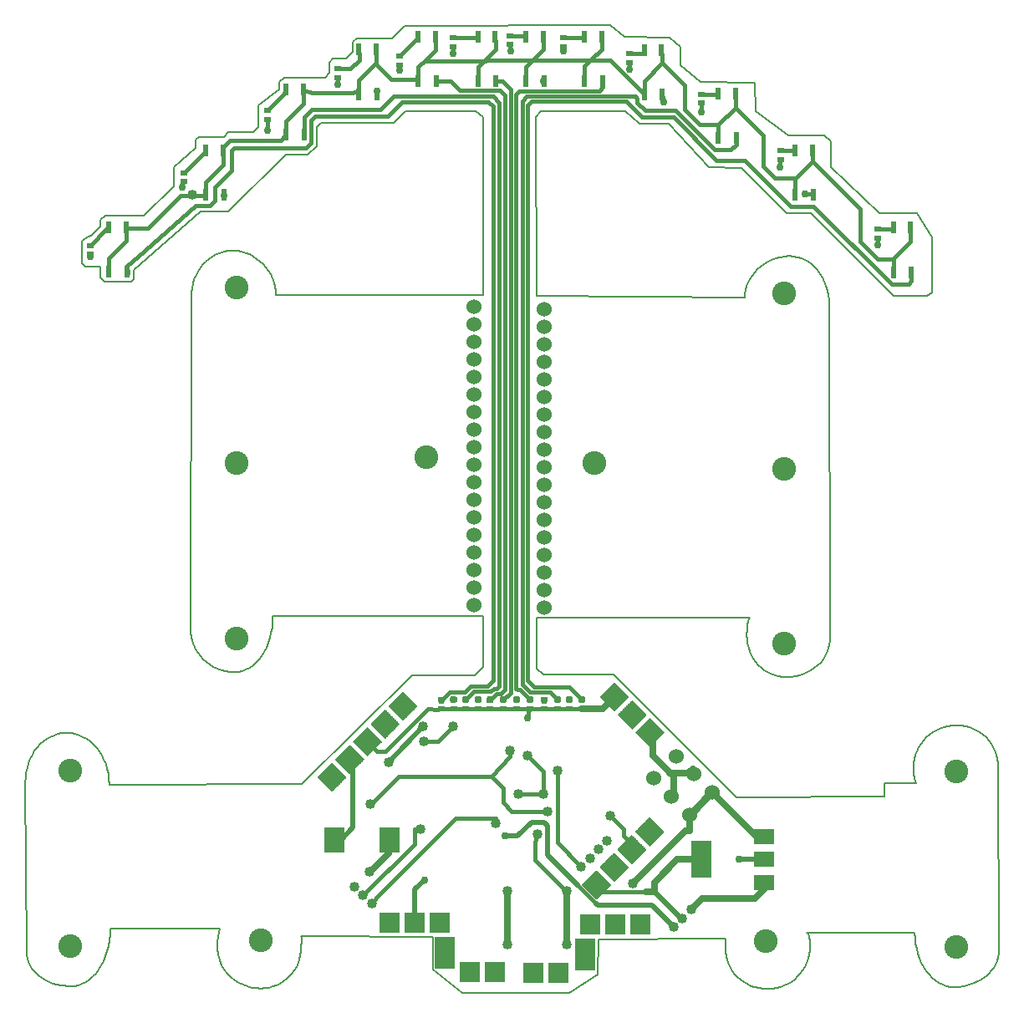
<source format=gbl>
G04 PROTEUS RS274X GERBER FILE*
%FSLAX24Y24*%
%MOIN*%
%ADD10C,0.0250*%
%ADD11C,0.0150*%
%ADD13C,0.0300*%
%ADD12C,0.0200*%
%ADD14C,0.0012*%
%ADD15C,0.0080*%
%ADD16C,0.0400*%
%ADD17C,0.0300*%
%ADD29R,0.0200X0.0500*%
%ADD21R,0.0300X0.0200*%
%ADD71R,0.0800X0.0800*%
%ADD22C,0.0600*%
%ADD26C,0.0950*%
%ADD23R,0.0800X0.1000*%
%ADD27R,0.0800X0.0600*%
%ADD28R,0.0800X0.1500*%
%ADD72R,0.0810X0.1260*%
G54D10*
X-3397Y-850D02*
X-3397Y+1275D01*
G54D11*
X-3397Y+1311D01*
G54D10*
X-5771Y+1291D02*
X-5771Y+1263D01*
X-5771Y-842D01*
G54D11*
X-6472Y+8929D02*
X-6460Y+8911D01*
X-5920Y+8920D02*
X-5920Y+8920D01*
X-5401Y+8933D02*
X-5382Y+8925D01*
X-4859Y+8920D02*
X-4859Y+8920D01*
X-4950Y+8192D02*
X-4940Y+8202D01*
X-4940Y+8460D01*
X-4859Y+8560D01*
X-6939Y+8557D02*
X-6610Y+8557D01*
X-6460Y+8551D01*
X-6070Y+8551D01*
X-5920Y+8560D01*
X-5532Y+8560D01*
X-5382Y+8565D01*
X-5009Y+8565D01*
X-4859Y+8560D01*
X-4448Y+8560D01*
X-4298Y+8561D01*
X-3924Y+8561D01*
X-3774Y+8569D01*
X-4303Y+8901D02*
X-4298Y+8921D01*
X-3774Y+8929D02*
X-3774Y+8929D01*
X-3774Y+8569D02*
X-3457Y+8569D01*
X-3307Y+8573D01*
X-2945Y+8573D01*
X-2795Y+8580D01*
X-2783Y+8925D02*
X-2795Y+8940D01*
X-6939Y+8557D02*
X-7267Y+8557D01*
X-7417Y+8557D01*
X-7751Y+8557D01*
X-7901Y+8557D01*
X-8243Y+8557D01*
X-8393Y+8561D01*
X-7929Y+8937D02*
X-7901Y+8917D01*
X-4964Y+6700D02*
X-4314Y+6051D01*
X-4314Y+5157D01*
X-2814Y+2276D02*
X-3767Y+3229D01*
X-3767Y+6102D01*
X-7413Y+8925D02*
X-7417Y+8917D01*
X-22401Y+27047D02*
X-21753Y+27695D01*
X-21653Y+27761D01*
X-21653Y+25989D02*
X-21653Y+26539D01*
X-20956Y+27235D01*
X-20956Y+27511D01*
X-17798Y+29067D02*
X-17798Y+29562D01*
X-17094Y+30267D01*
X-17094Y+30589D01*
X-17109Y+30839D01*
X-14577Y+31482D02*
X-14577Y+32011D01*
X-13881Y+32707D01*
X-13881Y+33004D01*
X-9009Y+34465D02*
X-8632Y+34842D01*
X-8632Y+35363D01*
X-4735Y+34457D02*
X-4339Y+34854D01*
X-4339Y+35367D01*
X-2410Y+34457D02*
X-1994Y+34874D01*
X-1994Y+35373D01*
X-18645Y+29944D02*
X-17898Y+30691D01*
X-17798Y+30839D01*
X-15334Y+32418D02*
X-14677Y+33075D01*
X-14577Y+33254D01*
X-10067Y+34596D02*
X-9421Y+35243D01*
X-9321Y+35363D01*
X-2783Y+35318D02*
X-2683Y+35373D01*
X-3535Y+35318D02*
X-2783Y+35318D01*
X-1673Y+4307D02*
X-1137Y+3771D01*
X-1137Y+3496D01*
X-862Y+3220D01*
X-811Y+2963D01*
X-3397Y+1275D02*
X-4665Y+2543D01*
X-4657Y+3236D01*
X-4559Y+3562D01*
X-11175Y+787D02*
X-10962Y+1070D01*
X-7940Y+35338D02*
X-7037Y+35338D01*
X-6937Y+35371D01*
X-5645Y+35411D02*
X-5128Y+35411D01*
X-5028Y+35367D01*
X-4771Y+34422D02*
X-4695Y+34422D01*
X-5028Y+33595D02*
X-5028Y+34165D01*
X-4771Y+34422D01*
X-4735Y+34457D01*
X-2445Y+34422D02*
X-2441Y+34422D01*
X-2683Y+33601D02*
X-2683Y+34059D01*
X-2683Y+34185D01*
X-2445Y+34422D01*
X-2410Y+34457D01*
X-6632Y+34457D02*
X-6539Y+34457D01*
X-6668Y+34422D02*
X-6632Y+34457D01*
X-6236Y+34854D01*
X-6236Y+35121D01*
X-6248Y+35371D01*
X-4695Y+34422D02*
X-2445Y+34422D01*
X-6939Y+8917D02*
X-6939Y+8917D01*
X-3307Y+8933D02*
X-3307Y+8933D01*
X-5920Y+8920D02*
X-5635Y+9204D01*
X-5635Y+33267D01*
X-5967Y+33599D01*
X-6213Y+33599D01*
X-6460Y+8911D02*
X-6190Y+9181D01*
X-6027Y+9181D01*
X-5870Y+9338D01*
X-5870Y+33043D01*
X-6051Y+33224D01*
X-7653Y+33224D01*
X-8019Y+33590D01*
X-8497Y+33590D01*
X-8597Y+33591D01*
X-17109Y+30839D02*
X-17109Y+30980D01*
X-16842Y+31248D01*
X-14792Y+31248D01*
X-14577Y+31462D01*
X-14577Y+31482D01*
X-9321Y+33591D02*
X-9321Y+33664D01*
X-9321Y+34153D01*
X-9009Y+34465D01*
X-13888Y+33254D02*
X-13888Y+33242D01*
X-13888Y+33242D01*
X-13881Y+33004D02*
X-13888Y+33242D01*
X-13888Y+33254D01*
X-13854Y+31482D02*
X-13854Y+32161D01*
X-13551Y+32464D01*
X-10811Y+32464D01*
X-10291Y+32984D01*
X-6318Y+32984D01*
X-6082Y+32748D01*
X-6082Y+9476D01*
X-6177Y+9381D01*
X-6307Y+9381D01*
X-6437Y+9251D01*
X-7078Y+9251D01*
X-7313Y+9017D01*
X-7417Y+8917D01*
X-10990Y+34850D02*
X-10990Y+34330D01*
X-10990Y+34265D01*
X-10388Y+33664D01*
X-9321Y+33664D01*
X-11679Y+33572D02*
X-11679Y+33641D01*
X-10990Y+34330D01*
X-11679Y+33212D02*
X-11679Y+33079D01*
X-11679Y+33212D02*
X-11679Y+33572D01*
X-8393Y+8921D02*
X-8258Y+9021D01*
X-8059Y+9220D01*
X-7464Y+9220D01*
X-7220Y+9464D01*
X-6559Y+9464D01*
X-6326Y+9696D01*
X-6326Y+32586D01*
X-6511Y+32771D01*
X-9944Y+32771D01*
X-10531Y+32185D01*
X-13437Y+32185D01*
X-13586Y+32035D01*
X-13586Y+31133D01*
X-13795Y+30925D01*
X-16661Y+30925D01*
X-16759Y+30826D01*
X-16759Y+30035D01*
X-17421Y+29374D01*
X-17421Y+28830D01*
X-17625Y+28625D01*
X-18181Y+28625D01*
X-20488Y+26610D01*
X-20925Y+26236D01*
X-20905Y+25937D01*
X-20929Y+25988D01*
X-17066Y+29039D02*
X-17075Y+29067D01*
X-10944Y+33212D02*
X-10955Y+33078D01*
X-4314Y+33610D02*
X-4304Y+33595D01*
X-4859Y+8920D02*
X-5265Y+9326D01*
X-5358Y+9326D01*
X-5413Y+9381D01*
X-5413Y+33066D01*
X-5283Y+33196D01*
X-2082Y+33196D01*
X-1956Y+33351D01*
X-1959Y+33601D01*
X-22401Y+26687D02*
X-22401Y+26586D01*
X-18724Y+29370D02*
X-18724Y+29484D01*
X-18645Y+29584D01*
X-18192Y+29039D02*
X-17898Y+29039D01*
X-17825Y+29039D01*
X-17798Y+29067D01*
X-17898Y+29047D01*
X-17898Y+29039D01*
X-15334Y+31637D02*
X-15334Y+32058D01*
X-12523Y+33472D02*
X-12523Y+33730D01*
X-13888Y+33242D02*
X-13523Y+33133D01*
X-11943Y+33133D01*
X-11679Y+33212D01*
X-12523Y+34090D02*
X-12015Y+34090D01*
X-11669Y+34437D01*
X-11669Y+34600D01*
X-11679Y+34850D01*
X-10067Y+34043D02*
X-10067Y+34236D01*
X-7940Y+34696D02*
X-7940Y+34978D01*
X-9009Y+34465D02*
X-9009Y+34389D01*
X-6700Y+34389D01*
X-6632Y+34389D01*
X-6632Y+34422D01*
X-6632Y+34457D01*
X-6937Y+33599D02*
X-6937Y+34153D01*
X-6700Y+34389D01*
X-6668Y+34422D01*
X-6632Y+34422D01*
X-4771Y+34422D01*
X-5645Y+35051D02*
X-5633Y+34791D01*
X-3527Y+34791D02*
X-3535Y+34958D01*
X-905Y+34704D02*
X-401Y+34704D01*
X-301Y+34825D01*
X+1964Y+33078D02*
X+2536Y+33078D01*
X+2636Y+33112D01*
X+5133Y+30822D02*
X+5609Y+30822D01*
X+5709Y+30846D01*
X+9015Y+27696D02*
X+9526Y+27696D01*
X+9626Y+27752D01*
X+10314Y+27502D02*
X+10315Y+27752D01*
X+6413Y+30596D02*
X+6398Y+30846D01*
X+2636Y+31340D02*
X+2657Y+31590D01*
X+3330Y+32862D02*
X+3325Y+33112D01*
X+409Y+34575D02*
X+387Y+34825D01*
X-2441Y+34422D02*
X-1669Y+34422D01*
X-301Y+33054D01*
X+409Y+34324D02*
X+1309Y+33425D01*
X+1309Y+32464D01*
X+1911Y+31862D01*
X+2636Y+31862D01*
X+2636Y+31340D01*
X-301Y+33054D02*
X-301Y+33614D01*
X+409Y+34324D01*
X+409Y+34575D01*
X+3330Y+32535D02*
X+4433Y+31433D01*
X+4433Y+30200D01*
X+4903Y+29729D01*
X+5738Y+29729D01*
X+5709Y+29075D02*
X+5709Y+29700D01*
X+5738Y+29729D01*
X+2657Y+31590D02*
X+2657Y+31862D01*
X+3330Y+32535D01*
X+3330Y+32862D01*
X+6413Y+30404D02*
X+7389Y+29428D01*
X+8314Y+28503D01*
X+8314Y+27185D01*
X+8992Y+26507D01*
X+9607Y+26507D01*
X+9626Y+26527D01*
X+9642Y+26542D01*
X+9626Y+25980D02*
X+9626Y+26527D01*
X+9642Y+26542D02*
X+10314Y+27215D01*
X+10314Y+27502D01*
X+5738Y+29729D02*
X+6413Y+30404D01*
X+6413Y+30596D01*
X-909Y+34082D02*
X-909Y+34244D01*
X-905Y+34344D01*
X+1964Y+32374D02*
X+1964Y+32718D01*
X+5122Y+30181D02*
X+5122Y+30362D01*
X+5133Y+30462D01*
X+9007Y+27078D02*
X+9007Y+27236D01*
X+9015Y+27336D01*
X+464Y+32775D02*
X+464Y+32803D01*
X+422Y+33053D01*
X-3774Y+8929D02*
X-4073Y+9228D01*
X-4862Y+9228D01*
X-5165Y+9531D01*
X-5165Y+32814D01*
X-4996Y+32984D01*
X-665Y+32984D01*
X-582Y+32901D01*
X-582Y+32744D01*
X-259Y+32421D01*
X+952Y+32421D01*
X+2511Y+30862D01*
X+3157Y+30862D01*
X+3366Y+31070D01*
X+3366Y+31090D01*
X+3359Y+31340D01*
X-2795Y+8940D02*
X-3287Y+9433D01*
X-4708Y+9433D01*
X-4964Y+9688D01*
X-4964Y+32625D01*
X-4807Y+32783D01*
X-1011Y+32783D01*
X-385Y+32157D01*
X+874Y+32157D01*
X+2582Y+30448D01*
X+3716Y+30448D01*
X+5555Y+28610D01*
X+6456Y+28610D01*
X+9562Y+25503D01*
X+10224Y+25503D01*
X+10342Y+25622D01*
X+10342Y+25730D01*
X+10350Y+25980D01*
X-18192Y+29039D02*
X-18783Y+29039D01*
X-20081Y+27741D01*
X-20963Y+27741D01*
X-20964Y+27741D01*
X-20964Y+27761D01*
X-20956Y+27511D02*
X-20963Y+27741D01*
X-20964Y+27761D01*
G54D10*
X-11248Y+2047D02*
X-10480Y+2814D01*
X-10480Y+2842D01*
X-10448Y+3342D01*
X-11248Y+2051D02*
X-11248Y+2047D01*
G54D13*
X+1495Y+4346D02*
X+2367Y+5218D01*
G54D11*
X+6098Y+29110D02*
X+6333Y+29110D01*
X+6433Y+29074D01*
X+1220Y+208D02*
X+1234Y+208D01*
X+1285Y+158D02*
X+1220Y+208D01*
G54D10*
X+1344Y+3687D02*
X-752Y+1590D01*
X+1220Y+208D02*
X+1220Y+223D01*
G54D11*
X+1234Y+208D01*
G54D10*
X-236Y+1259D02*
X+109Y+1259D01*
G54D11*
X-2226Y+1549D02*
X-1935Y+1259D01*
X-236Y+1259D01*
G54D12*
X-12648Y+3342D02*
X-12395Y+3342D01*
X-11915Y+3822D01*
X-11915Y+6405D01*
X-12062Y+6553D01*
G54D11*
X-7937Y+7850D02*
X-8523Y+7263D01*
X-9090Y+7263D01*
X-8381Y+8897D02*
X-8393Y+8921D01*
X-11355Y+7260D02*
X-11415Y+7310D01*
X-10974Y+6869D01*
X-10610Y+6869D01*
X-8922Y+8557D01*
X-8926Y+8553D01*
X-8543Y+8547D01*
X-8393Y+8561D01*
G54D12*
X-10503Y+6425D02*
X-9118Y+7854D01*
X-18318Y+29051D02*
X-18192Y+29039D01*
G54D10*
X-2795Y+8580D02*
X-1961Y+8580D01*
X-1473Y+9068D01*
X-1510Y+9042D01*
X+869Y+5869D02*
X+869Y+5869D01*
X+869Y+5174D01*
X+770Y+5076D01*
X-96Y+7628D02*
X+54Y+7628D01*
X+54Y+6683D01*
X+755Y+5983D01*
X+869Y+5869D01*
X+718Y+6001D02*
X+736Y+5983D01*
X+755Y+5983D01*
X+1450Y+5983D01*
X+1636Y+6169D01*
X+1495Y+4346D02*
X+1495Y+3687D01*
X+1344Y+3687D01*
X+2406Y+5242D02*
X+4314Y+3334D01*
X+4463Y+3334D01*
X+4463Y+3466D01*
G54D12*
X-9450Y+46D02*
X-9450Y+1363D01*
X-9074Y+1739D01*
G54D11*
X-10962Y+1070D02*
X-7832Y+4200D01*
X-6240Y+4200D01*
X-6240Y+4015D01*
X-11517Y+1118D02*
X-9466Y+3170D01*
X-9466Y+3763D01*
X-9228Y+3763D01*
G54D10*
X+4463Y+1646D02*
X+4463Y+1365D01*
X+4106Y+1009D01*
X+2011Y+1009D01*
X+1559Y+556D01*
G54D12*
X-5845Y+3491D02*
X-5344Y+3491D01*
X-4795Y+4040D01*
X-4294Y+4040D01*
X-4150Y+3896D01*
X-4150Y+2727D01*
X-2936Y+1513D01*
G54D11*
X-2262Y+838D01*
G54D12*
X-2169Y+746D01*
X+9Y+746D01*
X+889Y-133D01*
X+91Y+1295D02*
X+109Y+1277D01*
X+1178Y+208D01*
X+1220Y+208D01*
G54D10*
X+109Y+1259D02*
X+109Y+1277D01*
X+109Y+1646D01*
X+1019Y+2556D01*
X+1983Y+2556D01*
G54D12*
X+4463Y+2556D02*
X+3466Y+2556D01*
X+3462Y+2560D01*
G54D11*
X-4314Y+5157D02*
X-5316Y+5165D01*
X-5661Y+6901D02*
X-5657Y+6677D01*
X-6405Y+5870D01*
X-10082Y+5870D01*
X-11196Y+4755D01*
X-11236Y+4755D01*
X-6405Y+5870D02*
X-5933Y+5398D01*
X-5933Y+4819D01*
X-5594Y+4479D01*
X-4164Y+4479D01*
G54D14*
X+453Y+3670D02*
X-104Y+3113D01*
X-661Y+3670D01*
X-104Y+4227D01*
X+453Y+3670D01*
X-104Y+3113D02*
X-104Y+3113D01*
X-110Y+3119D02*
X-98Y+3119D01*
X-116Y+3125D02*
X-92Y+3125D01*
X-122Y+3131D02*
X-86Y+3131D01*
X-128Y+3137D02*
X-80Y+3137D01*
X-134Y+3143D02*
X-74Y+3143D01*
X-140Y+3149D02*
X-68Y+3149D01*
X-146Y+3155D02*
X-62Y+3155D01*
X-152Y+3161D02*
X-56Y+3161D01*
X-158Y+3167D02*
X-50Y+3167D01*
X-164Y+3173D02*
X-44Y+3173D01*
X-170Y+3179D02*
X-38Y+3179D01*
X-176Y+3185D02*
X-32Y+3185D01*
X-182Y+3191D02*
X-26Y+3191D01*
X-188Y+3197D02*
X-20Y+3197D01*
X-194Y+3203D02*
X-14Y+3203D01*
X-200Y+3209D02*
X-8Y+3209D01*
X-206Y+3215D02*
X-2Y+3215D01*
X-212Y+3221D02*
X+4Y+3221D01*
X-218Y+3227D02*
X+10Y+3227D01*
X-224Y+3233D02*
X+16Y+3233D01*
X-230Y+3239D02*
X+22Y+3239D01*
X-236Y+3245D02*
X+28Y+3245D01*
X-242Y+3251D02*
X+34Y+3251D01*
X-248Y+3257D02*
X+40Y+3257D01*
X-254Y+3263D02*
X+46Y+3263D01*
X-260Y+3269D02*
X+52Y+3269D01*
X-266Y+3275D02*
X+58Y+3275D01*
X-272Y+3281D02*
X+64Y+3281D01*
X-278Y+3287D02*
X+70Y+3287D01*
X-284Y+3293D02*
X+76Y+3293D01*
X-290Y+3299D02*
X+82Y+3299D01*
X-296Y+3305D02*
X+88Y+3305D01*
X-302Y+3311D02*
X+94Y+3311D01*
X-308Y+3317D02*
X+100Y+3317D01*
X-314Y+3323D02*
X+106Y+3323D01*
X-320Y+3329D02*
X+112Y+3329D01*
X-326Y+3335D02*
X+118Y+3335D01*
X-332Y+3341D02*
X+124Y+3341D01*
X-338Y+3347D02*
X+130Y+3347D01*
X-344Y+3353D02*
X+136Y+3353D01*
X-350Y+3359D02*
X+142Y+3359D01*
X-356Y+3365D02*
X+148Y+3365D01*
X-362Y+3371D02*
X+154Y+3371D01*
X-368Y+3377D02*
X+160Y+3377D01*
X-374Y+3383D02*
X+166Y+3383D01*
X-380Y+3389D02*
X+172Y+3389D01*
X-386Y+3395D02*
X+178Y+3395D01*
X-392Y+3401D02*
X+184Y+3401D01*
X-398Y+3407D02*
X+190Y+3407D01*
X-404Y+3413D02*
X+196Y+3413D01*
X-410Y+3419D02*
X+202Y+3419D01*
X-416Y+3425D02*
X+208Y+3425D01*
X-422Y+3431D02*
X+214Y+3431D01*
X-428Y+3437D02*
X+220Y+3437D01*
X-434Y+3443D02*
X+226Y+3443D01*
X-440Y+3449D02*
X+232Y+3449D01*
X-446Y+3455D02*
X+238Y+3455D01*
X-452Y+3461D02*
X+244Y+3461D01*
X-458Y+3467D02*
X+250Y+3467D01*
X-464Y+3473D02*
X+256Y+3473D01*
X-470Y+3479D02*
X+262Y+3479D01*
X-476Y+3485D02*
X+268Y+3485D01*
X-482Y+3491D02*
X+274Y+3491D01*
X-488Y+3497D02*
X+280Y+3497D01*
X-494Y+3503D02*
X+286Y+3503D01*
X-500Y+3509D02*
X+292Y+3509D01*
X-506Y+3515D02*
X+298Y+3515D01*
X-512Y+3521D02*
X+304Y+3521D01*
X-518Y+3527D02*
X+310Y+3527D01*
X-524Y+3533D02*
X+316Y+3533D01*
X-530Y+3539D02*
X+322Y+3539D01*
X-536Y+3545D02*
X+328Y+3545D01*
X-542Y+3551D02*
X+334Y+3551D01*
X-548Y+3557D02*
X+340Y+3557D01*
X-554Y+3563D02*
X+346Y+3563D01*
X-560Y+3569D02*
X+352Y+3569D01*
X-566Y+3575D02*
X+358Y+3575D01*
X-572Y+3581D02*
X+364Y+3581D01*
X-578Y+3587D02*
X+370Y+3587D01*
X-584Y+3593D02*
X+376Y+3593D01*
X-590Y+3599D02*
X+382Y+3599D01*
X-596Y+3605D02*
X+388Y+3605D01*
X-602Y+3611D02*
X+394Y+3611D01*
X-608Y+3617D02*
X+400Y+3617D01*
X-614Y+3623D02*
X+406Y+3623D01*
X-620Y+3629D02*
X+412Y+3629D01*
X-626Y+3635D02*
X+418Y+3635D01*
X-632Y+3641D02*
X+424Y+3641D01*
X-638Y+3647D02*
X+430Y+3647D01*
X-644Y+3653D02*
X+436Y+3653D01*
X-650Y+3659D02*
X+442Y+3659D01*
X-656Y+3665D02*
X+448Y+3665D01*
X-660Y+3671D02*
X+452Y+3671D01*
X-654Y+3677D02*
X+446Y+3677D01*
X-648Y+3683D02*
X+440Y+3683D01*
X-642Y+3689D02*
X+434Y+3689D01*
X-636Y+3695D02*
X+428Y+3695D01*
X-630Y+3701D02*
X+422Y+3701D01*
X-624Y+3707D02*
X+416Y+3707D01*
X-618Y+3713D02*
X+410Y+3713D01*
X-612Y+3719D02*
X+404Y+3719D01*
X-606Y+3725D02*
X+398Y+3725D01*
X-600Y+3731D02*
X+392Y+3731D01*
X-594Y+3737D02*
X+386Y+3737D01*
X-588Y+3743D02*
X+380Y+3743D01*
X-582Y+3749D02*
X+374Y+3749D01*
X-576Y+3755D02*
X+368Y+3755D01*
X-570Y+3761D02*
X+362Y+3761D01*
X-564Y+3767D02*
X+356Y+3767D01*
X-558Y+3773D02*
X+350Y+3773D01*
X-552Y+3779D02*
X+344Y+3779D01*
X-546Y+3785D02*
X+338Y+3785D01*
X-540Y+3791D02*
X+332Y+3791D01*
X-534Y+3797D02*
X+326Y+3797D01*
X-528Y+3803D02*
X+320Y+3803D01*
X-522Y+3809D02*
X+314Y+3809D01*
X-516Y+3815D02*
X+308Y+3815D01*
X-510Y+3821D02*
X+302Y+3821D01*
X-504Y+3827D02*
X+296Y+3827D01*
X-498Y+3833D02*
X+290Y+3833D01*
X-492Y+3839D02*
X+284Y+3839D01*
X-486Y+3845D02*
X+278Y+3845D01*
X-480Y+3851D02*
X+272Y+3851D01*
X-474Y+3857D02*
X+266Y+3857D01*
X-468Y+3863D02*
X+260Y+3863D01*
X-462Y+3869D02*
X+254Y+3869D01*
X-456Y+3875D02*
X+248Y+3875D01*
X-450Y+3881D02*
X+242Y+3881D01*
X-444Y+3887D02*
X+236Y+3887D01*
X-438Y+3893D02*
X+230Y+3893D01*
X-432Y+3899D02*
X+224Y+3899D01*
X-426Y+3905D02*
X+218Y+3905D01*
X-420Y+3911D02*
X+212Y+3911D01*
X-414Y+3917D02*
X+206Y+3917D01*
X-408Y+3923D02*
X+200Y+3923D01*
X-402Y+3929D02*
X+194Y+3929D01*
X-396Y+3935D02*
X+188Y+3935D01*
X-390Y+3941D02*
X+182Y+3941D01*
X-384Y+3947D02*
X+176Y+3947D01*
X-378Y+3953D02*
X+170Y+3953D01*
X-372Y+3959D02*
X+164Y+3959D01*
X-366Y+3965D02*
X+158Y+3965D01*
X-360Y+3971D02*
X+152Y+3971D01*
X-354Y+3977D02*
X+146Y+3977D01*
X-348Y+3983D02*
X+140Y+3983D01*
X-342Y+3989D02*
X+134Y+3989D01*
X-336Y+3995D02*
X+128Y+3995D01*
X-330Y+4001D02*
X+122Y+4001D01*
X-324Y+4007D02*
X+116Y+4007D01*
X-318Y+4013D02*
X+110Y+4013D01*
X-312Y+4019D02*
X+104Y+4019D01*
X-306Y+4025D02*
X+98Y+4025D01*
X-300Y+4031D02*
X+92Y+4031D01*
X-294Y+4037D02*
X+86Y+4037D01*
X-288Y+4043D02*
X+80Y+4043D01*
X-282Y+4049D02*
X+74Y+4049D01*
X-276Y+4055D02*
X+68Y+4055D01*
X-270Y+4061D02*
X+62Y+4061D01*
X-264Y+4067D02*
X+56Y+4067D01*
X-258Y+4073D02*
X+50Y+4073D01*
X-252Y+4079D02*
X+44Y+4079D01*
X-246Y+4085D02*
X+38Y+4085D01*
X-240Y+4091D02*
X+32Y+4091D01*
X-234Y+4097D02*
X+26Y+4097D01*
X-228Y+4103D02*
X+20Y+4103D01*
X-222Y+4109D02*
X+14Y+4109D01*
X-216Y+4115D02*
X+8Y+4115D01*
X-210Y+4121D02*
X+2Y+4121D01*
X-204Y+4127D02*
X-4Y+4127D01*
X-198Y+4133D02*
X-10Y+4133D01*
X-192Y+4139D02*
X-16Y+4139D01*
X-186Y+4145D02*
X-22Y+4145D01*
X-180Y+4151D02*
X-28Y+4151D01*
X-174Y+4157D02*
X-34Y+4157D01*
X-168Y+4163D02*
X-40Y+4163D01*
X-162Y+4169D02*
X-46Y+4169D01*
X-156Y+4175D02*
X-52Y+4175D01*
X-150Y+4181D02*
X-58Y+4181D01*
X-144Y+4187D02*
X-64Y+4187D01*
X-138Y+4193D02*
X-70Y+4193D01*
X-132Y+4199D02*
X-76Y+4199D01*
X-126Y+4205D02*
X-82Y+4205D01*
X-120Y+4211D02*
X-88Y+4211D01*
X-114Y+4217D02*
X-94Y+4217D01*
X-108Y+4223D02*
X-100Y+4223D01*
X-104Y+4227D02*
X-104Y+4227D01*
X-254Y+2963D02*
X-811Y+2406D01*
X-1368Y+2963D01*
X-811Y+3520D01*
X-254Y+2963D01*
X-811Y+2406D02*
X-811Y+2406D01*
X-817Y+2412D02*
X-805Y+2412D01*
X-823Y+2418D02*
X-799Y+2418D01*
X-829Y+2424D02*
X-793Y+2424D01*
X-835Y+2430D02*
X-787Y+2430D01*
X-841Y+2436D02*
X-781Y+2436D01*
X-847Y+2442D02*
X-775Y+2442D01*
X-853Y+2448D02*
X-769Y+2448D01*
X-859Y+2454D02*
X-763Y+2454D01*
X-865Y+2460D02*
X-757Y+2460D01*
X-871Y+2466D02*
X-751Y+2466D01*
X-877Y+2472D02*
X-745Y+2472D01*
X-883Y+2478D02*
X-739Y+2478D01*
X-889Y+2484D02*
X-733Y+2484D01*
X-895Y+2490D02*
X-727Y+2490D01*
X-901Y+2496D02*
X-721Y+2496D01*
X-907Y+2502D02*
X-715Y+2502D01*
X-913Y+2508D02*
X-709Y+2508D01*
X-919Y+2514D02*
X-703Y+2514D01*
X-925Y+2520D02*
X-697Y+2520D01*
X-931Y+2526D02*
X-691Y+2526D01*
X-937Y+2532D02*
X-685Y+2532D01*
X-943Y+2538D02*
X-679Y+2538D01*
X-949Y+2544D02*
X-673Y+2544D01*
X-955Y+2550D02*
X-667Y+2550D01*
X-961Y+2556D02*
X-661Y+2556D01*
X-967Y+2562D02*
X-655Y+2562D01*
X-973Y+2568D02*
X-649Y+2568D01*
X-979Y+2574D02*
X-643Y+2574D01*
X-985Y+2580D02*
X-637Y+2580D01*
X-991Y+2586D02*
X-631Y+2586D01*
X-997Y+2592D02*
X-625Y+2592D01*
X-1003Y+2598D02*
X-619Y+2598D01*
X-1009Y+2604D02*
X-613Y+2604D01*
X-1015Y+2610D02*
X-607Y+2610D01*
X-1021Y+2616D02*
X-601Y+2616D01*
X-1027Y+2622D02*
X-595Y+2622D01*
X-1033Y+2628D02*
X-589Y+2628D01*
X-1039Y+2634D02*
X-583Y+2634D01*
X-1045Y+2640D02*
X-577Y+2640D01*
X-1051Y+2646D02*
X-571Y+2646D01*
X-1057Y+2652D02*
X-565Y+2652D01*
X-1063Y+2658D02*
X-559Y+2658D01*
X-1069Y+2664D02*
X-553Y+2664D01*
X-1075Y+2670D02*
X-547Y+2670D01*
X-1081Y+2676D02*
X-541Y+2676D01*
X-1087Y+2682D02*
X-535Y+2682D01*
X-1093Y+2688D02*
X-529Y+2688D01*
X-1099Y+2694D02*
X-523Y+2694D01*
X-1105Y+2700D02*
X-517Y+2700D01*
X-1111Y+2706D02*
X-511Y+2706D01*
X-1117Y+2712D02*
X-505Y+2712D01*
X-1123Y+2718D02*
X-499Y+2718D01*
X-1129Y+2724D02*
X-493Y+2724D01*
X-1135Y+2730D02*
X-487Y+2730D01*
X-1141Y+2736D02*
X-481Y+2736D01*
X-1147Y+2742D02*
X-475Y+2742D01*
X-1153Y+2748D02*
X-469Y+2748D01*
X-1159Y+2754D02*
X-463Y+2754D01*
X-1165Y+2760D02*
X-457Y+2760D01*
X-1171Y+2766D02*
X-451Y+2766D01*
X-1177Y+2772D02*
X-445Y+2772D01*
X-1183Y+2778D02*
X-439Y+2778D01*
X-1189Y+2784D02*
X-433Y+2784D01*
X-1195Y+2790D02*
X-427Y+2790D01*
X-1201Y+2796D02*
X-421Y+2796D01*
X-1207Y+2802D02*
X-415Y+2802D01*
X-1213Y+2808D02*
X-409Y+2808D01*
X-1219Y+2814D02*
X-403Y+2814D01*
X-1225Y+2820D02*
X-397Y+2820D01*
X-1231Y+2826D02*
X-391Y+2826D01*
X-1237Y+2832D02*
X-385Y+2832D01*
X-1243Y+2838D02*
X-379Y+2838D01*
X-1249Y+2844D02*
X-373Y+2844D01*
X-1255Y+2850D02*
X-367Y+2850D01*
X-1261Y+2856D02*
X-361Y+2856D01*
X-1267Y+2862D02*
X-355Y+2862D01*
X-1273Y+2868D02*
X-349Y+2868D01*
X-1279Y+2874D02*
X-343Y+2874D01*
X-1285Y+2880D02*
X-337Y+2880D01*
X-1291Y+2886D02*
X-331Y+2886D01*
X-1297Y+2892D02*
X-325Y+2892D01*
X-1303Y+2898D02*
X-319Y+2898D01*
X-1309Y+2904D02*
X-313Y+2904D01*
X-1315Y+2910D02*
X-307Y+2910D01*
X-1321Y+2916D02*
X-301Y+2916D01*
X-1327Y+2922D02*
X-295Y+2922D01*
X-1333Y+2928D02*
X-289Y+2928D01*
X-1339Y+2934D02*
X-283Y+2934D01*
X-1345Y+2940D02*
X-277Y+2940D01*
X-1351Y+2946D02*
X-271Y+2946D01*
X-1357Y+2952D02*
X-265Y+2952D01*
X-1363Y+2958D02*
X-259Y+2958D01*
X-1367Y+2964D02*
X-255Y+2964D01*
X-1361Y+2970D02*
X-261Y+2970D01*
X-1355Y+2976D02*
X-267Y+2976D01*
X-1349Y+2982D02*
X-273Y+2982D01*
X-1343Y+2988D02*
X-279Y+2988D01*
X-1337Y+2994D02*
X-285Y+2994D01*
X-1331Y+3000D02*
X-291Y+3000D01*
X-1325Y+3006D02*
X-297Y+3006D01*
X-1319Y+3012D02*
X-303Y+3012D01*
X-1313Y+3018D02*
X-309Y+3018D01*
X-1307Y+3024D02*
X-315Y+3024D01*
X-1301Y+3030D02*
X-321Y+3030D01*
X-1295Y+3036D02*
X-327Y+3036D01*
X-1289Y+3042D02*
X-333Y+3042D01*
X-1283Y+3048D02*
X-339Y+3048D01*
X-1277Y+3054D02*
X-345Y+3054D01*
X-1271Y+3060D02*
X-351Y+3060D01*
X-1265Y+3066D02*
X-357Y+3066D01*
X-1259Y+3072D02*
X-363Y+3072D01*
X-1253Y+3078D02*
X-369Y+3078D01*
X-1247Y+3084D02*
X-375Y+3084D01*
X-1241Y+3090D02*
X-381Y+3090D01*
X-1235Y+3096D02*
X-387Y+3096D01*
X-1229Y+3102D02*
X-393Y+3102D01*
X-1223Y+3108D02*
X-399Y+3108D01*
X-1217Y+3114D02*
X-405Y+3114D01*
X-1211Y+3120D02*
X-411Y+3120D01*
X-1205Y+3126D02*
X-417Y+3126D01*
X-1199Y+3132D02*
X-423Y+3132D01*
X-1193Y+3138D02*
X-429Y+3138D01*
X-1187Y+3144D02*
X-435Y+3144D01*
X-1181Y+3150D02*
X-441Y+3150D01*
X-1175Y+3156D02*
X-447Y+3156D01*
X-1169Y+3162D02*
X-453Y+3162D01*
X-1163Y+3168D02*
X-459Y+3168D01*
X-1157Y+3174D02*
X-465Y+3174D01*
X-1151Y+3180D02*
X-471Y+3180D01*
X-1145Y+3186D02*
X-477Y+3186D01*
X-1139Y+3192D02*
X-483Y+3192D01*
X-1133Y+3198D02*
X-489Y+3198D01*
X-1127Y+3204D02*
X-495Y+3204D01*
X-1121Y+3210D02*
X-501Y+3210D01*
X-1115Y+3216D02*
X-507Y+3216D01*
X-1109Y+3222D02*
X-513Y+3222D01*
X-1103Y+3228D02*
X-519Y+3228D01*
X-1097Y+3234D02*
X-525Y+3234D01*
X-1091Y+3240D02*
X-531Y+3240D01*
X-1085Y+3246D02*
X-537Y+3246D01*
X-1079Y+3252D02*
X-543Y+3252D01*
X-1073Y+3258D02*
X-549Y+3258D01*
X-1067Y+3264D02*
X-555Y+3264D01*
X-1061Y+3270D02*
X-561Y+3270D01*
X-1055Y+3276D02*
X-567Y+3276D01*
X-1049Y+3282D02*
X-573Y+3282D01*
X-1043Y+3288D02*
X-579Y+3288D01*
X-1037Y+3294D02*
X-585Y+3294D01*
X-1031Y+3300D02*
X-591Y+3300D01*
X-1025Y+3306D02*
X-597Y+3306D01*
X-1019Y+3312D02*
X-603Y+3312D01*
X-1013Y+3318D02*
X-609Y+3318D01*
X-1007Y+3324D02*
X-615Y+3324D01*
X-1001Y+3330D02*
X-621Y+3330D01*
X-995Y+3336D02*
X-627Y+3336D01*
X-989Y+3342D02*
X-633Y+3342D01*
X-983Y+3348D02*
X-639Y+3348D01*
X-977Y+3354D02*
X-645Y+3354D01*
X-971Y+3360D02*
X-651Y+3360D01*
X-965Y+3366D02*
X-657Y+3366D01*
X-959Y+3372D02*
X-663Y+3372D01*
X-953Y+3378D02*
X-669Y+3378D01*
X-947Y+3384D02*
X-675Y+3384D01*
X-941Y+3390D02*
X-681Y+3390D01*
X-935Y+3396D02*
X-687Y+3396D01*
X-929Y+3402D02*
X-693Y+3402D01*
X-923Y+3408D02*
X-699Y+3408D01*
X-917Y+3414D02*
X-705Y+3414D01*
X-911Y+3420D02*
X-711Y+3420D01*
X-905Y+3426D02*
X-717Y+3426D01*
X-899Y+3432D02*
X-723Y+3432D01*
X-893Y+3438D02*
X-729Y+3438D01*
X-887Y+3444D02*
X-735Y+3444D01*
X-881Y+3450D02*
X-741Y+3450D01*
X-875Y+3456D02*
X-747Y+3456D01*
X-869Y+3462D02*
X-753Y+3462D01*
X-863Y+3468D02*
X-759Y+3468D01*
X-857Y+3474D02*
X-765Y+3474D01*
X-851Y+3480D02*
X-771Y+3480D01*
X-845Y+3486D02*
X-777Y+3486D01*
X-839Y+3492D02*
X-783Y+3492D01*
X-833Y+3498D02*
X-789Y+3498D01*
X-827Y+3504D02*
X-795Y+3504D01*
X-821Y+3510D02*
X-801Y+3510D01*
X-815Y+3516D02*
X-807Y+3516D01*
X-811Y+3520D02*
X-811Y+3520D01*
X-961Y+2256D02*
X-1518Y+1699D01*
X-2075Y+2256D01*
X-1518Y+2813D01*
X-961Y+2256D01*
X-1518Y+1699D02*
X-1518Y+1699D01*
X-1524Y+1705D02*
X-1512Y+1705D01*
X-1530Y+1711D02*
X-1506Y+1711D01*
X-1536Y+1717D02*
X-1500Y+1717D01*
X-1542Y+1723D02*
X-1494Y+1723D01*
X-1548Y+1729D02*
X-1488Y+1729D01*
X-1554Y+1735D02*
X-1482Y+1735D01*
X-1560Y+1741D02*
X-1476Y+1741D01*
X-1566Y+1747D02*
X-1470Y+1747D01*
X-1572Y+1753D02*
X-1464Y+1753D01*
X-1578Y+1759D02*
X-1458Y+1759D01*
X-1584Y+1765D02*
X-1452Y+1765D01*
X-1590Y+1771D02*
X-1446Y+1771D01*
X-1596Y+1777D02*
X-1440Y+1777D01*
X-1602Y+1783D02*
X-1434Y+1783D01*
X-1608Y+1789D02*
X-1428Y+1789D01*
X-1614Y+1795D02*
X-1422Y+1795D01*
X-1620Y+1801D02*
X-1416Y+1801D01*
X-1626Y+1807D02*
X-1410Y+1807D01*
X-1632Y+1813D02*
X-1404Y+1813D01*
X-1638Y+1819D02*
X-1398Y+1819D01*
X-1644Y+1825D02*
X-1392Y+1825D01*
X-1650Y+1831D02*
X-1386Y+1831D01*
X-1656Y+1837D02*
X-1380Y+1837D01*
X-1662Y+1843D02*
X-1374Y+1843D01*
X-1668Y+1849D02*
X-1368Y+1849D01*
X-1674Y+1855D02*
X-1362Y+1855D01*
X-1680Y+1861D02*
X-1356Y+1861D01*
X-1686Y+1867D02*
X-1350Y+1867D01*
X-1692Y+1873D02*
X-1344Y+1873D01*
X-1698Y+1879D02*
X-1338Y+1879D01*
X-1704Y+1885D02*
X-1332Y+1885D01*
X-1710Y+1891D02*
X-1326Y+1891D01*
X-1716Y+1897D02*
X-1320Y+1897D01*
X-1722Y+1903D02*
X-1314Y+1903D01*
X-1728Y+1909D02*
X-1308Y+1909D01*
X-1734Y+1915D02*
X-1302Y+1915D01*
X-1740Y+1921D02*
X-1296Y+1921D01*
X-1746Y+1927D02*
X-1290Y+1927D01*
X-1752Y+1933D02*
X-1284Y+1933D01*
X-1758Y+1939D02*
X-1278Y+1939D01*
X-1764Y+1945D02*
X-1272Y+1945D01*
X-1770Y+1951D02*
X-1266Y+1951D01*
X-1776Y+1957D02*
X-1260Y+1957D01*
X-1782Y+1963D02*
X-1254Y+1963D01*
X-1788Y+1969D02*
X-1248Y+1969D01*
X-1794Y+1975D02*
X-1242Y+1975D01*
X-1800Y+1981D02*
X-1236Y+1981D01*
X-1806Y+1987D02*
X-1230Y+1987D01*
X-1812Y+1993D02*
X-1224Y+1993D01*
X-1818Y+1999D02*
X-1218Y+1999D01*
X-1824Y+2005D02*
X-1212Y+2005D01*
X-1830Y+2011D02*
X-1206Y+2011D01*
X-1836Y+2017D02*
X-1200Y+2017D01*
X-1842Y+2023D02*
X-1194Y+2023D01*
X-1848Y+2029D02*
X-1188Y+2029D01*
X-1854Y+2035D02*
X-1182Y+2035D01*
X-1860Y+2041D02*
X-1176Y+2041D01*
X-1866Y+2047D02*
X-1170Y+2047D01*
X-1872Y+2053D02*
X-1164Y+2053D01*
X-1878Y+2059D02*
X-1158Y+2059D01*
X-1884Y+2065D02*
X-1152Y+2065D01*
X-1890Y+2071D02*
X-1146Y+2071D01*
X-1896Y+2077D02*
X-1140Y+2077D01*
X-1902Y+2083D02*
X-1134Y+2083D01*
X-1908Y+2089D02*
X-1128Y+2089D01*
X-1914Y+2095D02*
X-1122Y+2095D01*
X-1920Y+2101D02*
X-1116Y+2101D01*
X-1926Y+2107D02*
X-1110Y+2107D01*
X-1932Y+2113D02*
X-1104Y+2113D01*
X-1938Y+2119D02*
X-1098Y+2119D01*
X-1944Y+2125D02*
X-1092Y+2125D01*
X-1950Y+2131D02*
X-1086Y+2131D01*
X-1956Y+2137D02*
X-1080Y+2137D01*
X-1962Y+2143D02*
X-1074Y+2143D01*
X-1968Y+2149D02*
X-1068Y+2149D01*
X-1974Y+2155D02*
X-1062Y+2155D01*
X-1980Y+2161D02*
X-1056Y+2161D01*
X-1986Y+2167D02*
X-1050Y+2167D01*
X-1992Y+2173D02*
X-1044Y+2173D01*
X-1998Y+2179D02*
X-1038Y+2179D01*
X-2004Y+2185D02*
X-1032Y+2185D01*
X-2010Y+2191D02*
X-1026Y+2191D01*
X-2016Y+2197D02*
X-1020Y+2197D01*
X-2022Y+2203D02*
X-1014Y+2203D01*
X-2028Y+2209D02*
X-1008Y+2209D01*
X-2034Y+2215D02*
X-1002Y+2215D01*
X-2040Y+2221D02*
X-996Y+2221D01*
X-2046Y+2227D02*
X-990Y+2227D01*
X-2052Y+2233D02*
X-984Y+2233D01*
X-2058Y+2239D02*
X-978Y+2239D01*
X-2064Y+2245D02*
X-972Y+2245D01*
X-2070Y+2251D02*
X-966Y+2251D01*
X-2074Y+2257D02*
X-962Y+2257D01*
X-2068Y+2263D02*
X-968Y+2263D01*
X-2062Y+2269D02*
X-974Y+2269D01*
X-2056Y+2275D02*
X-980Y+2275D01*
X-2050Y+2281D02*
X-986Y+2281D01*
X-2044Y+2287D02*
X-992Y+2287D01*
X-2038Y+2293D02*
X-998Y+2293D01*
X-2032Y+2299D02*
X-1004Y+2299D01*
X-2026Y+2305D02*
X-1010Y+2305D01*
X-2020Y+2311D02*
X-1016Y+2311D01*
X-2014Y+2317D02*
X-1022Y+2317D01*
X-2008Y+2323D02*
X-1028Y+2323D01*
X-2002Y+2329D02*
X-1034Y+2329D01*
X-1996Y+2335D02*
X-1040Y+2335D01*
X-1990Y+2341D02*
X-1046Y+2341D01*
X-1984Y+2347D02*
X-1052Y+2347D01*
X-1978Y+2353D02*
X-1058Y+2353D01*
X-1972Y+2359D02*
X-1064Y+2359D01*
X-1966Y+2365D02*
X-1070Y+2365D01*
X-1960Y+2371D02*
X-1076Y+2371D01*
X-1954Y+2377D02*
X-1082Y+2377D01*
X-1948Y+2383D02*
X-1088Y+2383D01*
X-1942Y+2389D02*
X-1094Y+2389D01*
X-1936Y+2395D02*
X-1100Y+2395D01*
X-1930Y+2401D02*
X-1106Y+2401D01*
X-1924Y+2407D02*
X-1112Y+2407D01*
X-1918Y+2413D02*
X-1118Y+2413D01*
X-1912Y+2419D02*
X-1124Y+2419D01*
X-1906Y+2425D02*
X-1130Y+2425D01*
X-1900Y+2431D02*
X-1136Y+2431D01*
X-1894Y+2437D02*
X-1142Y+2437D01*
X-1888Y+2443D02*
X-1148Y+2443D01*
X-1882Y+2449D02*
X-1154Y+2449D01*
X-1876Y+2455D02*
X-1160Y+2455D01*
X-1870Y+2461D02*
X-1166Y+2461D01*
X-1864Y+2467D02*
X-1172Y+2467D01*
X-1858Y+2473D02*
X-1178Y+2473D01*
X-1852Y+2479D02*
X-1184Y+2479D01*
X-1846Y+2485D02*
X-1190Y+2485D01*
X-1840Y+2491D02*
X-1196Y+2491D01*
X-1834Y+2497D02*
X-1202Y+2497D01*
X-1828Y+2503D02*
X-1208Y+2503D01*
X-1822Y+2509D02*
X-1214Y+2509D01*
X-1816Y+2515D02*
X-1220Y+2515D01*
X-1810Y+2521D02*
X-1226Y+2521D01*
X-1804Y+2527D02*
X-1232Y+2527D01*
X-1798Y+2533D02*
X-1238Y+2533D01*
X-1792Y+2539D02*
X-1244Y+2539D01*
X-1786Y+2545D02*
X-1250Y+2545D01*
X-1780Y+2551D02*
X-1256Y+2551D01*
X-1774Y+2557D02*
X-1262Y+2557D01*
X-1768Y+2563D02*
X-1268Y+2563D01*
X-1762Y+2569D02*
X-1274Y+2569D01*
X-1756Y+2575D02*
X-1280Y+2575D01*
X-1750Y+2581D02*
X-1286Y+2581D01*
X-1744Y+2587D02*
X-1292Y+2587D01*
X-1738Y+2593D02*
X-1298Y+2593D01*
X-1732Y+2599D02*
X-1304Y+2599D01*
X-1726Y+2605D02*
X-1310Y+2605D01*
X-1720Y+2611D02*
X-1316Y+2611D01*
X-1714Y+2617D02*
X-1322Y+2617D01*
X-1708Y+2623D02*
X-1328Y+2623D01*
X-1702Y+2629D02*
X-1334Y+2629D01*
X-1696Y+2635D02*
X-1340Y+2635D01*
X-1690Y+2641D02*
X-1346Y+2641D01*
X-1684Y+2647D02*
X-1352Y+2647D01*
X-1678Y+2653D02*
X-1358Y+2653D01*
X-1672Y+2659D02*
X-1364Y+2659D01*
X-1666Y+2665D02*
X-1370Y+2665D01*
X-1660Y+2671D02*
X-1376Y+2671D01*
X-1654Y+2677D02*
X-1382Y+2677D01*
X-1648Y+2683D02*
X-1388Y+2683D01*
X-1642Y+2689D02*
X-1394Y+2689D01*
X-1636Y+2695D02*
X-1400Y+2695D01*
X-1630Y+2701D02*
X-1406Y+2701D01*
X-1624Y+2707D02*
X-1412Y+2707D01*
X-1618Y+2713D02*
X-1418Y+2713D01*
X-1612Y+2719D02*
X-1424Y+2719D01*
X-1606Y+2725D02*
X-1430Y+2725D01*
X-1600Y+2731D02*
X-1436Y+2731D01*
X-1594Y+2737D02*
X-1442Y+2737D01*
X-1588Y+2743D02*
X-1448Y+2743D01*
X-1582Y+2749D02*
X-1454Y+2749D01*
X-1576Y+2755D02*
X-1460Y+2755D01*
X-1570Y+2761D02*
X-1466Y+2761D01*
X-1564Y+2767D02*
X-1472Y+2767D01*
X-1558Y+2773D02*
X-1478Y+2773D01*
X-1552Y+2779D02*
X-1484Y+2779D01*
X-1546Y+2785D02*
X-1490Y+2785D01*
X-1540Y+2791D02*
X-1496Y+2791D01*
X-1534Y+2797D02*
X-1502Y+2797D01*
X-1528Y+2803D02*
X-1508Y+2803D01*
X-1522Y+2809D02*
X-1514Y+2809D01*
X-1518Y+2813D02*
X-1518Y+2813D01*
X-1669Y+1549D02*
X-2226Y+992D01*
X-2783Y+1549D01*
X-2226Y+2106D01*
X-1669Y+1549D01*
X-2226Y+992D02*
X-2226Y+992D01*
X-2232Y+998D02*
X-2220Y+998D01*
X-2238Y+1004D02*
X-2214Y+1004D01*
X-2244Y+1010D02*
X-2208Y+1010D01*
X-2250Y+1016D02*
X-2202Y+1016D01*
X-2256Y+1022D02*
X-2196Y+1022D01*
X-2262Y+1028D02*
X-2190Y+1028D01*
X-2268Y+1034D02*
X-2184Y+1034D01*
X-2274Y+1040D02*
X-2178Y+1040D01*
X-2280Y+1046D02*
X-2172Y+1046D01*
X-2286Y+1052D02*
X-2166Y+1052D01*
X-2292Y+1058D02*
X-2160Y+1058D01*
X-2298Y+1064D02*
X-2154Y+1064D01*
X-2304Y+1070D02*
X-2148Y+1070D01*
X-2310Y+1076D02*
X-2142Y+1076D01*
X-2316Y+1082D02*
X-2136Y+1082D01*
X-2322Y+1088D02*
X-2130Y+1088D01*
X-2328Y+1094D02*
X-2124Y+1094D01*
X-2334Y+1100D02*
X-2118Y+1100D01*
X-2340Y+1106D02*
X-2112Y+1106D01*
X-2346Y+1112D02*
X-2106Y+1112D01*
X-2352Y+1118D02*
X-2100Y+1118D01*
X-2358Y+1124D02*
X-2094Y+1124D01*
X-2364Y+1130D02*
X-2088Y+1130D01*
X-2370Y+1136D02*
X-2082Y+1136D01*
X-2376Y+1142D02*
X-2076Y+1142D01*
X-2382Y+1148D02*
X-2070Y+1148D01*
X-2388Y+1154D02*
X-2064Y+1154D01*
X-2394Y+1160D02*
X-2058Y+1160D01*
X-2400Y+1166D02*
X-2052Y+1166D01*
X-2406Y+1172D02*
X-2046Y+1172D01*
X-2412Y+1178D02*
X-2040Y+1178D01*
X-2418Y+1184D02*
X-2034Y+1184D01*
X-2424Y+1190D02*
X-2028Y+1190D01*
X-2430Y+1196D02*
X-2022Y+1196D01*
X-2436Y+1202D02*
X-2016Y+1202D01*
X-2442Y+1208D02*
X-2010Y+1208D01*
X-2448Y+1214D02*
X-2004Y+1214D01*
X-2454Y+1220D02*
X-1998Y+1220D01*
X-2460Y+1226D02*
X-1992Y+1226D01*
X-2466Y+1232D02*
X-1986Y+1232D01*
X-2472Y+1238D02*
X-1980Y+1238D01*
X-2478Y+1244D02*
X-1974Y+1244D01*
X-2484Y+1250D02*
X-1968Y+1250D01*
X-2490Y+1256D02*
X-1962Y+1256D01*
X-2496Y+1262D02*
X-1956Y+1262D01*
X-2502Y+1268D02*
X-1950Y+1268D01*
X-2508Y+1274D02*
X-1944Y+1274D01*
X-2514Y+1280D02*
X-1938Y+1280D01*
X-2520Y+1286D02*
X-1932Y+1286D01*
X-2526Y+1292D02*
X-1926Y+1292D01*
X-2532Y+1298D02*
X-1920Y+1298D01*
X-2538Y+1304D02*
X-1914Y+1304D01*
X-2544Y+1310D02*
X-1908Y+1310D01*
X-2550Y+1316D02*
X-1902Y+1316D01*
X-2556Y+1322D02*
X-1896Y+1322D01*
X-2562Y+1328D02*
X-1890Y+1328D01*
X-2568Y+1334D02*
X-1884Y+1334D01*
X-2574Y+1340D02*
X-1878Y+1340D01*
X-2580Y+1346D02*
X-1872Y+1346D01*
X-2586Y+1352D02*
X-1866Y+1352D01*
X-2592Y+1358D02*
X-1860Y+1358D01*
X-2598Y+1364D02*
X-1854Y+1364D01*
X-2604Y+1370D02*
X-1848Y+1370D01*
X-2610Y+1376D02*
X-1842Y+1376D01*
X-2616Y+1382D02*
X-1836Y+1382D01*
X-2622Y+1388D02*
X-1830Y+1388D01*
X-2628Y+1394D02*
X-1824Y+1394D01*
X-2634Y+1400D02*
X-1818Y+1400D01*
X-2640Y+1406D02*
X-1812Y+1406D01*
X-2646Y+1412D02*
X-1806Y+1412D01*
X-2652Y+1418D02*
X-1800Y+1418D01*
X-2658Y+1424D02*
X-1794Y+1424D01*
X-2664Y+1430D02*
X-1788Y+1430D01*
X-2670Y+1436D02*
X-1782Y+1436D01*
X-2676Y+1442D02*
X-1776Y+1442D01*
X-2682Y+1448D02*
X-1770Y+1448D01*
X-2688Y+1454D02*
X-1764Y+1454D01*
X-2694Y+1460D02*
X-1758Y+1460D01*
X-2700Y+1466D02*
X-1752Y+1466D01*
X-2706Y+1472D02*
X-1746Y+1472D01*
X-2712Y+1478D02*
X-1740Y+1478D01*
X-2718Y+1484D02*
X-1734Y+1484D01*
X-2724Y+1490D02*
X-1728Y+1490D01*
X-2730Y+1496D02*
X-1722Y+1496D01*
X-2736Y+1502D02*
X-1716Y+1502D01*
X-2742Y+1508D02*
X-1710Y+1508D01*
X-2748Y+1514D02*
X-1704Y+1514D01*
X-2754Y+1520D02*
X-1698Y+1520D01*
X-2760Y+1526D02*
X-1692Y+1526D01*
X-2766Y+1532D02*
X-1686Y+1532D01*
X-2772Y+1538D02*
X-1680Y+1538D01*
X-2778Y+1544D02*
X-1674Y+1544D01*
X-2782Y+1550D02*
X-1670Y+1550D01*
X-2776Y+1556D02*
X-1676Y+1556D01*
X-2770Y+1562D02*
X-1682Y+1562D01*
X-2764Y+1568D02*
X-1688Y+1568D01*
X-2758Y+1574D02*
X-1694Y+1574D01*
X-2752Y+1580D02*
X-1700Y+1580D01*
X-2746Y+1586D02*
X-1706Y+1586D01*
X-2740Y+1592D02*
X-1712Y+1592D01*
X-2734Y+1598D02*
X-1718Y+1598D01*
X-2728Y+1604D02*
X-1724Y+1604D01*
X-2722Y+1610D02*
X-1730Y+1610D01*
X-2716Y+1616D02*
X-1736Y+1616D01*
X-2710Y+1622D02*
X-1742Y+1622D01*
X-2704Y+1628D02*
X-1748Y+1628D01*
X-2698Y+1634D02*
X-1754Y+1634D01*
X-2692Y+1640D02*
X-1760Y+1640D01*
X-2686Y+1646D02*
X-1766Y+1646D01*
X-2680Y+1652D02*
X-1772Y+1652D01*
X-2674Y+1658D02*
X-1778Y+1658D01*
X-2668Y+1664D02*
X-1784Y+1664D01*
X-2662Y+1670D02*
X-1790Y+1670D01*
X-2656Y+1676D02*
X-1796Y+1676D01*
X-2650Y+1682D02*
X-1802Y+1682D01*
X-2644Y+1688D02*
X-1808Y+1688D01*
X-2638Y+1694D02*
X-1814Y+1694D01*
X-2632Y+1700D02*
X-1820Y+1700D01*
X-2626Y+1706D02*
X-1826Y+1706D01*
X-2620Y+1712D02*
X-1832Y+1712D01*
X-2614Y+1718D02*
X-1838Y+1718D01*
X-2608Y+1724D02*
X-1844Y+1724D01*
X-2602Y+1730D02*
X-1850Y+1730D01*
X-2596Y+1736D02*
X-1856Y+1736D01*
X-2590Y+1742D02*
X-1862Y+1742D01*
X-2584Y+1748D02*
X-1868Y+1748D01*
X-2578Y+1754D02*
X-1874Y+1754D01*
X-2572Y+1760D02*
X-1880Y+1760D01*
X-2566Y+1766D02*
X-1886Y+1766D01*
X-2560Y+1772D02*
X-1892Y+1772D01*
X-2554Y+1778D02*
X-1898Y+1778D01*
X-2548Y+1784D02*
X-1904Y+1784D01*
X-2542Y+1790D02*
X-1910Y+1790D01*
X-2536Y+1796D02*
X-1916Y+1796D01*
X-2530Y+1802D02*
X-1922Y+1802D01*
X-2524Y+1808D02*
X-1928Y+1808D01*
X-2518Y+1814D02*
X-1934Y+1814D01*
X-2512Y+1820D02*
X-1940Y+1820D01*
X-2506Y+1826D02*
X-1946Y+1826D01*
X-2500Y+1832D02*
X-1952Y+1832D01*
X-2494Y+1838D02*
X-1958Y+1838D01*
X-2488Y+1844D02*
X-1964Y+1844D01*
X-2482Y+1850D02*
X-1970Y+1850D01*
X-2476Y+1856D02*
X-1976Y+1856D01*
X-2470Y+1862D02*
X-1982Y+1862D01*
X-2464Y+1868D02*
X-1988Y+1868D01*
X-2458Y+1874D02*
X-1994Y+1874D01*
X-2452Y+1880D02*
X-2000Y+1880D01*
X-2446Y+1886D02*
X-2006Y+1886D01*
X-2440Y+1892D02*
X-2012Y+1892D01*
X-2434Y+1898D02*
X-2018Y+1898D01*
X-2428Y+1904D02*
X-2024Y+1904D01*
X-2422Y+1910D02*
X-2030Y+1910D01*
X-2416Y+1916D02*
X-2036Y+1916D01*
X-2410Y+1922D02*
X-2042Y+1922D01*
X-2404Y+1928D02*
X-2048Y+1928D01*
X-2398Y+1934D02*
X-2054Y+1934D01*
X-2392Y+1940D02*
X-2060Y+1940D01*
X-2386Y+1946D02*
X-2066Y+1946D01*
X-2380Y+1952D02*
X-2072Y+1952D01*
X-2374Y+1958D02*
X-2078Y+1958D01*
X-2368Y+1964D02*
X-2084Y+1964D01*
X-2362Y+1970D02*
X-2090Y+1970D01*
X-2356Y+1976D02*
X-2096Y+1976D01*
X-2350Y+1982D02*
X-2102Y+1982D01*
X-2344Y+1988D02*
X-2108Y+1988D01*
X-2338Y+1994D02*
X-2114Y+1994D01*
X-2332Y+2000D02*
X-2120Y+2000D01*
X-2326Y+2006D02*
X-2126Y+2006D01*
X-2320Y+2012D02*
X-2132Y+2012D01*
X-2314Y+2018D02*
X-2138Y+2018D01*
X-2308Y+2024D02*
X-2144Y+2024D01*
X-2302Y+2030D02*
X-2150Y+2030D01*
X-2296Y+2036D02*
X-2156Y+2036D01*
X-2290Y+2042D02*
X-2162Y+2042D01*
X-2284Y+2048D02*
X-2168Y+2048D01*
X-2278Y+2054D02*
X-2174Y+2054D01*
X-2272Y+2060D02*
X-2180Y+2060D01*
X-2266Y+2066D02*
X-2186Y+2066D01*
X-2260Y+2072D02*
X-2192Y+2072D01*
X-2254Y+2078D02*
X-2198Y+2078D01*
X-2248Y+2084D02*
X-2204Y+2084D01*
X-2242Y+2090D02*
X-2210Y+2090D01*
X-2236Y+2096D02*
X-2216Y+2096D01*
X-2230Y+2102D02*
X-2222Y+2102D01*
X-2226Y+2106D02*
X-2226Y+2106D01*
X-13326Y+5845D02*
X-12769Y+6402D01*
X-12212Y+5845D01*
X-12769Y+5288D01*
X-13326Y+5845D01*
X-12769Y+5288D02*
X-12769Y+5288D01*
X-12775Y+5294D02*
X-12763Y+5294D01*
X-12781Y+5300D02*
X-12757Y+5300D01*
X-12787Y+5306D02*
X-12751Y+5306D01*
X-12793Y+5312D02*
X-12745Y+5312D01*
X-12799Y+5318D02*
X-12739Y+5318D01*
X-12805Y+5324D02*
X-12733Y+5324D01*
X-12811Y+5330D02*
X-12727Y+5330D01*
X-12817Y+5336D02*
X-12721Y+5336D01*
X-12823Y+5342D02*
X-12715Y+5342D01*
X-12829Y+5348D02*
X-12709Y+5348D01*
X-12835Y+5354D02*
X-12703Y+5354D01*
X-12841Y+5360D02*
X-12697Y+5360D01*
X-12847Y+5366D02*
X-12691Y+5366D01*
X-12853Y+5372D02*
X-12685Y+5372D01*
X-12859Y+5378D02*
X-12679Y+5378D01*
X-12865Y+5384D02*
X-12673Y+5384D01*
X-12871Y+5390D02*
X-12667Y+5390D01*
X-12877Y+5396D02*
X-12661Y+5396D01*
X-12883Y+5402D02*
X-12655Y+5402D01*
X-12889Y+5408D02*
X-12649Y+5408D01*
X-12895Y+5414D02*
X-12643Y+5414D01*
X-12901Y+5420D02*
X-12637Y+5420D01*
X-12907Y+5426D02*
X-12631Y+5426D01*
X-12913Y+5432D02*
X-12625Y+5432D01*
X-12919Y+5438D02*
X-12619Y+5438D01*
X-12925Y+5444D02*
X-12613Y+5444D01*
X-12931Y+5450D02*
X-12607Y+5450D01*
X-12937Y+5456D02*
X-12601Y+5456D01*
X-12943Y+5462D02*
X-12595Y+5462D01*
X-12949Y+5468D02*
X-12589Y+5468D01*
X-12955Y+5474D02*
X-12583Y+5474D01*
X-12961Y+5480D02*
X-12577Y+5480D01*
X-12967Y+5486D02*
X-12571Y+5486D01*
X-12973Y+5492D02*
X-12565Y+5492D01*
X-12979Y+5498D02*
X-12559Y+5498D01*
X-12985Y+5504D02*
X-12553Y+5504D01*
X-12991Y+5510D02*
X-12547Y+5510D01*
X-12997Y+5516D02*
X-12541Y+5516D01*
X-13003Y+5522D02*
X-12535Y+5522D01*
X-13009Y+5528D02*
X-12529Y+5528D01*
X-13015Y+5534D02*
X-12523Y+5534D01*
X-13021Y+5540D02*
X-12517Y+5540D01*
X-13027Y+5546D02*
X-12511Y+5546D01*
X-13033Y+5552D02*
X-12505Y+5552D01*
X-13039Y+5558D02*
X-12499Y+5558D01*
X-13045Y+5564D02*
X-12493Y+5564D01*
X-13051Y+5570D02*
X-12487Y+5570D01*
X-13057Y+5576D02*
X-12481Y+5576D01*
X-13063Y+5582D02*
X-12475Y+5582D01*
X-13069Y+5588D02*
X-12469Y+5588D01*
X-13075Y+5594D02*
X-12463Y+5594D01*
X-13081Y+5600D02*
X-12457Y+5600D01*
X-13087Y+5606D02*
X-12451Y+5606D01*
X-13093Y+5612D02*
X-12445Y+5612D01*
X-13099Y+5618D02*
X-12439Y+5618D01*
X-13105Y+5624D02*
X-12433Y+5624D01*
X-13111Y+5630D02*
X-12427Y+5630D01*
X-13117Y+5636D02*
X-12421Y+5636D01*
X-13123Y+5642D02*
X-12415Y+5642D01*
X-13129Y+5648D02*
X-12409Y+5648D01*
X-13135Y+5654D02*
X-12403Y+5654D01*
X-13141Y+5660D02*
X-12397Y+5660D01*
X-13147Y+5666D02*
X-12391Y+5666D01*
X-13153Y+5672D02*
X-12385Y+5672D01*
X-13159Y+5678D02*
X-12379Y+5678D01*
X-13165Y+5684D02*
X-12373Y+5684D01*
X-13171Y+5690D02*
X-12367Y+5690D01*
X-13177Y+5696D02*
X-12361Y+5696D01*
X-13183Y+5702D02*
X-12355Y+5702D01*
X-13189Y+5708D02*
X-12349Y+5708D01*
X-13195Y+5714D02*
X-12343Y+5714D01*
X-13201Y+5720D02*
X-12337Y+5720D01*
X-13207Y+5726D02*
X-12331Y+5726D01*
X-13213Y+5732D02*
X-12325Y+5732D01*
X-13219Y+5738D02*
X-12319Y+5738D01*
X-13225Y+5744D02*
X-12313Y+5744D01*
X-13231Y+5750D02*
X-12307Y+5750D01*
X-13237Y+5756D02*
X-12301Y+5756D01*
X-13243Y+5762D02*
X-12295Y+5762D01*
X-13249Y+5768D02*
X-12289Y+5768D01*
X-13255Y+5774D02*
X-12283Y+5774D01*
X-13261Y+5780D02*
X-12277Y+5780D01*
X-13267Y+5786D02*
X-12271Y+5786D01*
X-13273Y+5792D02*
X-12265Y+5792D01*
X-13279Y+5798D02*
X-12259Y+5798D01*
X-13285Y+5804D02*
X-12253Y+5804D01*
X-13291Y+5810D02*
X-12247Y+5810D01*
X-13297Y+5816D02*
X-12241Y+5816D01*
X-13303Y+5822D02*
X-12235Y+5822D01*
X-13309Y+5828D02*
X-12229Y+5828D01*
X-13315Y+5834D02*
X-12223Y+5834D01*
X-13321Y+5840D02*
X-12217Y+5840D01*
X-13325Y+5846D02*
X-12213Y+5846D01*
X-13319Y+5852D02*
X-12219Y+5852D01*
X-13313Y+5858D02*
X-12225Y+5858D01*
X-13307Y+5864D02*
X-12231Y+5864D01*
X-13301Y+5870D02*
X-12237Y+5870D01*
X-13295Y+5876D02*
X-12243Y+5876D01*
X-13289Y+5882D02*
X-12249Y+5882D01*
X-13283Y+5888D02*
X-12255Y+5888D01*
X-13277Y+5894D02*
X-12261Y+5894D01*
X-13271Y+5900D02*
X-12267Y+5900D01*
X-13265Y+5906D02*
X-12273Y+5906D01*
X-13259Y+5912D02*
X-12279Y+5912D01*
X-13253Y+5918D02*
X-12285Y+5918D01*
X-13247Y+5924D02*
X-12291Y+5924D01*
X-13241Y+5930D02*
X-12297Y+5930D01*
X-13235Y+5936D02*
X-12303Y+5936D01*
X-13229Y+5942D02*
X-12309Y+5942D01*
X-13223Y+5948D02*
X-12315Y+5948D01*
X-13217Y+5954D02*
X-12321Y+5954D01*
X-13211Y+5960D02*
X-12327Y+5960D01*
X-13205Y+5966D02*
X-12333Y+5966D01*
X-13199Y+5972D02*
X-12339Y+5972D01*
X-13193Y+5978D02*
X-12345Y+5978D01*
X-13187Y+5984D02*
X-12351Y+5984D01*
X-13181Y+5990D02*
X-12357Y+5990D01*
X-13175Y+5996D02*
X-12363Y+5996D01*
X-13169Y+6002D02*
X-12369Y+6002D01*
X-13163Y+6008D02*
X-12375Y+6008D01*
X-13157Y+6014D02*
X-12381Y+6014D01*
X-13151Y+6020D02*
X-12387Y+6020D01*
X-13145Y+6026D02*
X-12393Y+6026D01*
X-13139Y+6032D02*
X-12399Y+6032D01*
X-13133Y+6038D02*
X-12405Y+6038D01*
X-13127Y+6044D02*
X-12411Y+6044D01*
X-13121Y+6050D02*
X-12417Y+6050D01*
X-13115Y+6056D02*
X-12423Y+6056D01*
X-13109Y+6062D02*
X-12429Y+6062D01*
X-13103Y+6068D02*
X-12435Y+6068D01*
X-13097Y+6074D02*
X-12441Y+6074D01*
X-13091Y+6080D02*
X-12447Y+6080D01*
X-13085Y+6086D02*
X-12453Y+6086D01*
X-13079Y+6092D02*
X-12459Y+6092D01*
X-13073Y+6098D02*
X-12465Y+6098D01*
X-13067Y+6104D02*
X-12471Y+6104D01*
X-13061Y+6110D02*
X-12477Y+6110D01*
X-13055Y+6116D02*
X-12483Y+6116D01*
X-13049Y+6122D02*
X-12489Y+6122D01*
X-13043Y+6128D02*
X-12495Y+6128D01*
X-13037Y+6134D02*
X-12501Y+6134D01*
X-13031Y+6140D02*
X-12507Y+6140D01*
X-13025Y+6146D02*
X-12513Y+6146D01*
X-13019Y+6152D02*
X-12519Y+6152D01*
X-13013Y+6158D02*
X-12525Y+6158D01*
X-13007Y+6164D02*
X-12531Y+6164D01*
X-13001Y+6170D02*
X-12537Y+6170D01*
X-12995Y+6176D02*
X-12543Y+6176D01*
X-12989Y+6182D02*
X-12549Y+6182D01*
X-12983Y+6188D02*
X-12555Y+6188D01*
X-12977Y+6194D02*
X-12561Y+6194D01*
X-12971Y+6200D02*
X-12567Y+6200D01*
X-12965Y+6206D02*
X-12573Y+6206D01*
X-12959Y+6212D02*
X-12579Y+6212D01*
X-12953Y+6218D02*
X-12585Y+6218D01*
X-12947Y+6224D02*
X-12591Y+6224D01*
X-12941Y+6230D02*
X-12597Y+6230D01*
X-12935Y+6236D02*
X-12603Y+6236D01*
X-12929Y+6242D02*
X-12609Y+6242D01*
X-12923Y+6248D02*
X-12615Y+6248D01*
X-12917Y+6254D02*
X-12621Y+6254D01*
X-12911Y+6260D02*
X-12627Y+6260D01*
X-12905Y+6266D02*
X-12633Y+6266D01*
X-12899Y+6272D02*
X-12639Y+6272D01*
X-12893Y+6278D02*
X-12645Y+6278D01*
X-12887Y+6284D02*
X-12651Y+6284D01*
X-12881Y+6290D02*
X-12657Y+6290D01*
X-12875Y+6296D02*
X-12663Y+6296D01*
X-12869Y+6302D02*
X-12669Y+6302D01*
X-12863Y+6308D02*
X-12675Y+6308D01*
X-12857Y+6314D02*
X-12681Y+6314D01*
X-12851Y+6320D02*
X-12687Y+6320D01*
X-12845Y+6326D02*
X-12693Y+6326D01*
X-12839Y+6332D02*
X-12699Y+6332D01*
X-12833Y+6338D02*
X-12705Y+6338D01*
X-12827Y+6344D02*
X-12711Y+6344D01*
X-12821Y+6350D02*
X-12717Y+6350D01*
X-12815Y+6356D02*
X-12723Y+6356D01*
X-12809Y+6362D02*
X-12729Y+6362D01*
X-12803Y+6368D02*
X-12735Y+6368D01*
X-12797Y+6374D02*
X-12741Y+6374D01*
X-12791Y+6380D02*
X-12747Y+6380D01*
X-12785Y+6386D02*
X-12753Y+6386D01*
X-12779Y+6392D02*
X-12759Y+6392D01*
X-12773Y+6398D02*
X-12765Y+6398D01*
X-12769Y+6402D02*
X-12769Y+6402D01*
X-12619Y+6553D02*
X-12062Y+7110D01*
X-11505Y+6553D01*
X-12062Y+5996D01*
X-12619Y+6553D01*
X-12062Y+5996D02*
X-12062Y+5996D01*
X-12068Y+6002D02*
X-12056Y+6002D01*
X-12074Y+6008D02*
X-12050Y+6008D01*
X-12080Y+6014D02*
X-12044Y+6014D01*
X-12086Y+6020D02*
X-12038Y+6020D01*
X-12092Y+6026D02*
X-12032Y+6026D01*
X-12098Y+6032D02*
X-12026Y+6032D01*
X-12104Y+6038D02*
X-12020Y+6038D01*
X-12110Y+6044D02*
X-12014Y+6044D01*
X-12116Y+6050D02*
X-12008Y+6050D01*
X-12122Y+6056D02*
X-12002Y+6056D01*
X-12128Y+6062D02*
X-11996Y+6062D01*
X-12134Y+6068D02*
X-11990Y+6068D01*
X-12140Y+6074D02*
X-11984Y+6074D01*
X-12146Y+6080D02*
X-11978Y+6080D01*
X-12152Y+6086D02*
X-11972Y+6086D01*
X-12158Y+6092D02*
X-11966Y+6092D01*
X-12164Y+6098D02*
X-11960Y+6098D01*
X-12170Y+6104D02*
X-11954Y+6104D01*
X-12176Y+6110D02*
X-11948Y+6110D01*
X-12182Y+6116D02*
X-11942Y+6116D01*
X-12188Y+6122D02*
X-11936Y+6122D01*
X-12194Y+6128D02*
X-11930Y+6128D01*
X-12200Y+6134D02*
X-11924Y+6134D01*
X-12206Y+6140D02*
X-11918Y+6140D01*
X-12212Y+6146D02*
X-11912Y+6146D01*
X-12218Y+6152D02*
X-11906Y+6152D01*
X-12224Y+6158D02*
X-11900Y+6158D01*
X-12230Y+6164D02*
X-11894Y+6164D01*
X-12236Y+6170D02*
X-11888Y+6170D01*
X-12242Y+6176D02*
X-11882Y+6176D01*
X-12248Y+6182D02*
X-11876Y+6182D01*
X-12254Y+6188D02*
X-11870Y+6188D01*
X-12260Y+6194D02*
X-11864Y+6194D01*
X-12266Y+6200D02*
X-11858Y+6200D01*
X-12272Y+6206D02*
X-11852Y+6206D01*
X-12278Y+6212D02*
X-11846Y+6212D01*
X-12284Y+6218D02*
X-11840Y+6218D01*
X-12290Y+6224D02*
X-11834Y+6224D01*
X-12296Y+6230D02*
X-11828Y+6230D01*
X-12302Y+6236D02*
X-11822Y+6236D01*
X-12308Y+6242D02*
X-11816Y+6242D01*
X-12314Y+6248D02*
X-11810Y+6248D01*
X-12320Y+6254D02*
X-11804Y+6254D01*
X-12326Y+6260D02*
X-11798Y+6260D01*
X-12332Y+6266D02*
X-11792Y+6266D01*
X-12338Y+6272D02*
X-11786Y+6272D01*
X-12344Y+6278D02*
X-11780Y+6278D01*
X-12350Y+6284D02*
X-11774Y+6284D01*
X-12356Y+6290D02*
X-11768Y+6290D01*
X-12362Y+6296D02*
X-11762Y+6296D01*
X-12368Y+6302D02*
X-11756Y+6302D01*
X-12374Y+6308D02*
X-11750Y+6308D01*
X-12380Y+6314D02*
X-11744Y+6314D01*
X-12386Y+6320D02*
X-11738Y+6320D01*
X-12392Y+6326D02*
X-11732Y+6326D01*
X-12398Y+6332D02*
X-11726Y+6332D01*
X-12404Y+6338D02*
X-11720Y+6338D01*
X-12410Y+6344D02*
X-11714Y+6344D01*
X-12416Y+6350D02*
X-11708Y+6350D01*
X-12422Y+6356D02*
X-11702Y+6356D01*
X-12428Y+6362D02*
X-11696Y+6362D01*
X-12434Y+6368D02*
X-11690Y+6368D01*
X-12440Y+6374D02*
X-11684Y+6374D01*
X-12446Y+6380D02*
X-11678Y+6380D01*
X-12452Y+6386D02*
X-11672Y+6386D01*
X-12458Y+6392D02*
X-11666Y+6392D01*
X-12464Y+6398D02*
X-11660Y+6398D01*
X-12470Y+6404D02*
X-11654Y+6404D01*
X-12476Y+6410D02*
X-11648Y+6410D01*
X-12482Y+6416D02*
X-11642Y+6416D01*
X-12488Y+6422D02*
X-11636Y+6422D01*
X-12494Y+6428D02*
X-11630Y+6428D01*
X-12500Y+6434D02*
X-11624Y+6434D01*
X-12506Y+6440D02*
X-11618Y+6440D01*
X-12512Y+6446D02*
X-11612Y+6446D01*
X-12518Y+6452D02*
X-11606Y+6452D01*
X-12524Y+6458D02*
X-11600Y+6458D01*
X-12530Y+6464D02*
X-11594Y+6464D01*
X-12536Y+6470D02*
X-11588Y+6470D01*
X-12542Y+6476D02*
X-11582Y+6476D01*
X-12548Y+6482D02*
X-11576Y+6482D01*
X-12554Y+6488D02*
X-11570Y+6488D01*
X-12560Y+6494D02*
X-11564Y+6494D01*
X-12566Y+6500D02*
X-11558Y+6500D01*
X-12572Y+6506D02*
X-11552Y+6506D01*
X-12578Y+6512D02*
X-11546Y+6512D01*
X-12584Y+6518D02*
X-11540Y+6518D01*
X-12590Y+6524D02*
X-11534Y+6524D01*
X-12596Y+6530D02*
X-11528Y+6530D01*
X-12602Y+6536D02*
X-11522Y+6536D01*
X-12608Y+6542D02*
X-11516Y+6542D01*
X-12614Y+6548D02*
X-11510Y+6548D01*
X-12618Y+6554D02*
X-11506Y+6554D01*
X-12612Y+6560D02*
X-11512Y+6560D01*
X-12606Y+6566D02*
X-11518Y+6566D01*
X-12600Y+6572D02*
X-11524Y+6572D01*
X-12594Y+6578D02*
X-11530Y+6578D01*
X-12588Y+6584D02*
X-11536Y+6584D01*
X-12582Y+6590D02*
X-11542Y+6590D01*
X-12576Y+6596D02*
X-11548Y+6596D01*
X-12570Y+6602D02*
X-11554Y+6602D01*
X-12564Y+6608D02*
X-11560Y+6608D01*
X-12558Y+6614D02*
X-11566Y+6614D01*
X-12552Y+6620D02*
X-11572Y+6620D01*
X-12546Y+6626D02*
X-11578Y+6626D01*
X-12540Y+6632D02*
X-11584Y+6632D01*
X-12534Y+6638D02*
X-11590Y+6638D01*
X-12528Y+6644D02*
X-11596Y+6644D01*
X-12522Y+6650D02*
X-11602Y+6650D01*
X-12516Y+6656D02*
X-11608Y+6656D01*
X-12510Y+6662D02*
X-11614Y+6662D01*
X-12504Y+6668D02*
X-11620Y+6668D01*
X-12498Y+6674D02*
X-11626Y+6674D01*
X-12492Y+6680D02*
X-11632Y+6680D01*
X-12486Y+6686D02*
X-11638Y+6686D01*
X-12480Y+6692D02*
X-11644Y+6692D01*
X-12474Y+6698D02*
X-11650Y+6698D01*
X-12468Y+6704D02*
X-11656Y+6704D01*
X-12462Y+6710D02*
X-11662Y+6710D01*
X-12456Y+6716D02*
X-11668Y+6716D01*
X-12450Y+6722D02*
X-11674Y+6722D01*
X-12444Y+6728D02*
X-11680Y+6728D01*
X-12438Y+6734D02*
X-11686Y+6734D01*
X-12432Y+6740D02*
X-11692Y+6740D01*
X-12426Y+6746D02*
X-11698Y+6746D01*
X-12420Y+6752D02*
X-11704Y+6752D01*
X-12414Y+6758D02*
X-11710Y+6758D01*
X-12408Y+6764D02*
X-11716Y+6764D01*
X-12402Y+6770D02*
X-11722Y+6770D01*
X-12396Y+6776D02*
X-11728Y+6776D01*
X-12390Y+6782D02*
X-11734Y+6782D01*
X-12384Y+6788D02*
X-11740Y+6788D01*
X-12378Y+6794D02*
X-11746Y+6794D01*
X-12372Y+6800D02*
X-11752Y+6800D01*
X-12366Y+6806D02*
X-11758Y+6806D01*
X-12360Y+6812D02*
X-11764Y+6812D01*
X-12354Y+6818D02*
X-11770Y+6818D01*
X-12348Y+6824D02*
X-11776Y+6824D01*
X-12342Y+6830D02*
X-11782Y+6830D01*
X-12336Y+6836D02*
X-11788Y+6836D01*
X-12330Y+6842D02*
X-11794Y+6842D01*
X-12324Y+6848D02*
X-11800Y+6848D01*
X-12318Y+6854D02*
X-11806Y+6854D01*
X-12312Y+6860D02*
X-11812Y+6860D01*
X-12306Y+6866D02*
X-11818Y+6866D01*
X-12300Y+6872D02*
X-11824Y+6872D01*
X-12294Y+6878D02*
X-11830Y+6878D01*
X-12288Y+6884D02*
X-11836Y+6884D01*
X-12282Y+6890D02*
X-11842Y+6890D01*
X-12276Y+6896D02*
X-11848Y+6896D01*
X-12270Y+6902D02*
X-11854Y+6902D01*
X-12264Y+6908D02*
X-11860Y+6908D01*
X-12258Y+6914D02*
X-11866Y+6914D01*
X-12252Y+6920D02*
X-11872Y+6920D01*
X-12246Y+6926D02*
X-11878Y+6926D01*
X-12240Y+6932D02*
X-11884Y+6932D01*
X-12234Y+6938D02*
X-11890Y+6938D01*
X-12228Y+6944D02*
X-11896Y+6944D01*
X-12222Y+6950D02*
X-11902Y+6950D01*
X-12216Y+6956D02*
X-11908Y+6956D01*
X-12210Y+6962D02*
X-11914Y+6962D01*
X-12204Y+6968D02*
X-11920Y+6968D01*
X-12198Y+6974D02*
X-11926Y+6974D01*
X-12192Y+6980D02*
X-11932Y+6980D01*
X-12186Y+6986D02*
X-11938Y+6986D01*
X-12180Y+6992D02*
X-11944Y+6992D01*
X-12174Y+6998D02*
X-11950Y+6998D01*
X-12168Y+7004D02*
X-11956Y+7004D01*
X-12162Y+7010D02*
X-11962Y+7010D01*
X-12156Y+7016D02*
X-11968Y+7016D01*
X-12150Y+7022D02*
X-11974Y+7022D01*
X-12144Y+7028D02*
X-11980Y+7028D01*
X-12138Y+7034D02*
X-11986Y+7034D01*
X-12132Y+7040D02*
X-11992Y+7040D01*
X-12126Y+7046D02*
X-11998Y+7046D01*
X-12120Y+7052D02*
X-12004Y+7052D01*
X-12114Y+7058D02*
X-12010Y+7058D01*
X-12108Y+7064D02*
X-12016Y+7064D01*
X-12102Y+7070D02*
X-12022Y+7070D01*
X-12096Y+7076D02*
X-12028Y+7076D01*
X-12090Y+7082D02*
X-12034Y+7082D01*
X-12084Y+7088D02*
X-12040Y+7088D01*
X-12078Y+7094D02*
X-12046Y+7094D01*
X-12072Y+7100D02*
X-12052Y+7100D01*
X-12066Y+7106D02*
X-12058Y+7106D01*
X-12062Y+7110D02*
X-12062Y+7110D01*
X-11912Y+7260D02*
X-11355Y+7817D01*
X-10798Y+7260D01*
X-11355Y+6703D01*
X-11912Y+7260D01*
X-11355Y+6703D02*
X-11355Y+6703D01*
X-11361Y+6709D02*
X-11349Y+6709D01*
X-11367Y+6715D02*
X-11343Y+6715D01*
X-11373Y+6721D02*
X-11337Y+6721D01*
X-11379Y+6727D02*
X-11331Y+6727D01*
X-11385Y+6733D02*
X-11325Y+6733D01*
X-11391Y+6739D02*
X-11319Y+6739D01*
X-11397Y+6745D02*
X-11313Y+6745D01*
X-11403Y+6751D02*
X-11307Y+6751D01*
X-11409Y+6757D02*
X-11301Y+6757D01*
X-11415Y+6763D02*
X-11295Y+6763D01*
X-11421Y+6769D02*
X-11289Y+6769D01*
X-11427Y+6775D02*
X-11283Y+6775D01*
X-11433Y+6781D02*
X-11277Y+6781D01*
X-11439Y+6787D02*
X-11271Y+6787D01*
X-11445Y+6793D02*
X-11265Y+6793D01*
X-11451Y+6799D02*
X-11259Y+6799D01*
X-11457Y+6805D02*
X-11253Y+6805D01*
X-11463Y+6811D02*
X-11247Y+6811D01*
X-11469Y+6817D02*
X-11241Y+6817D01*
X-11475Y+6823D02*
X-11235Y+6823D01*
X-11481Y+6829D02*
X-11229Y+6829D01*
X-11487Y+6835D02*
X-11223Y+6835D01*
X-11493Y+6841D02*
X-11217Y+6841D01*
X-11499Y+6847D02*
X-11211Y+6847D01*
X-11505Y+6853D02*
X-11205Y+6853D01*
X-11511Y+6859D02*
X-11199Y+6859D01*
X-11517Y+6865D02*
X-11193Y+6865D01*
X-11523Y+6871D02*
X-11187Y+6871D01*
X-11529Y+6877D02*
X-11181Y+6877D01*
X-11535Y+6883D02*
X-11175Y+6883D01*
X-11541Y+6889D02*
X-11169Y+6889D01*
X-11547Y+6895D02*
X-11163Y+6895D01*
X-11553Y+6901D02*
X-11157Y+6901D01*
X-11559Y+6907D02*
X-11151Y+6907D01*
X-11565Y+6913D02*
X-11145Y+6913D01*
X-11571Y+6919D02*
X-11139Y+6919D01*
X-11577Y+6925D02*
X-11133Y+6925D01*
X-11583Y+6931D02*
X-11127Y+6931D01*
X-11589Y+6937D02*
X-11121Y+6937D01*
X-11595Y+6943D02*
X-11115Y+6943D01*
X-11601Y+6949D02*
X-11109Y+6949D01*
X-11607Y+6955D02*
X-11103Y+6955D01*
X-11613Y+6961D02*
X-11097Y+6961D01*
X-11619Y+6967D02*
X-11091Y+6967D01*
X-11625Y+6973D02*
X-11085Y+6973D01*
X-11631Y+6979D02*
X-11079Y+6979D01*
X-11637Y+6985D02*
X-11073Y+6985D01*
X-11643Y+6991D02*
X-11067Y+6991D01*
X-11649Y+6997D02*
X-11061Y+6997D01*
X-11655Y+7003D02*
X-11055Y+7003D01*
X-11661Y+7009D02*
X-11049Y+7009D01*
X-11667Y+7015D02*
X-11043Y+7015D01*
X-11673Y+7021D02*
X-11037Y+7021D01*
X-11679Y+7027D02*
X-11031Y+7027D01*
X-11685Y+7033D02*
X-11025Y+7033D01*
X-11691Y+7039D02*
X-11019Y+7039D01*
X-11697Y+7045D02*
X-11013Y+7045D01*
X-11703Y+7051D02*
X-11007Y+7051D01*
X-11709Y+7057D02*
X-11001Y+7057D01*
X-11715Y+7063D02*
X-10995Y+7063D01*
X-11721Y+7069D02*
X-10989Y+7069D01*
X-11727Y+7075D02*
X-10983Y+7075D01*
X-11733Y+7081D02*
X-10977Y+7081D01*
X-11739Y+7087D02*
X-10971Y+7087D01*
X-11745Y+7093D02*
X-10965Y+7093D01*
X-11751Y+7099D02*
X-10959Y+7099D01*
X-11757Y+7105D02*
X-10953Y+7105D01*
X-11763Y+7111D02*
X-10947Y+7111D01*
X-11769Y+7117D02*
X-10941Y+7117D01*
X-11775Y+7123D02*
X-10935Y+7123D01*
X-11781Y+7129D02*
X-10929Y+7129D01*
X-11787Y+7135D02*
X-10923Y+7135D01*
X-11793Y+7141D02*
X-10917Y+7141D01*
X-11799Y+7147D02*
X-10911Y+7147D01*
X-11805Y+7153D02*
X-10905Y+7153D01*
X-11811Y+7159D02*
X-10899Y+7159D01*
X-11817Y+7165D02*
X-10893Y+7165D01*
X-11823Y+7171D02*
X-10887Y+7171D01*
X-11829Y+7177D02*
X-10881Y+7177D01*
X-11835Y+7183D02*
X-10875Y+7183D01*
X-11841Y+7189D02*
X-10869Y+7189D01*
X-11847Y+7195D02*
X-10863Y+7195D01*
X-11853Y+7201D02*
X-10857Y+7201D01*
X-11859Y+7207D02*
X-10851Y+7207D01*
X-11865Y+7213D02*
X-10845Y+7213D01*
X-11871Y+7219D02*
X-10839Y+7219D01*
X-11877Y+7225D02*
X-10833Y+7225D01*
X-11883Y+7231D02*
X-10827Y+7231D01*
X-11889Y+7237D02*
X-10821Y+7237D01*
X-11895Y+7243D02*
X-10815Y+7243D01*
X-11901Y+7249D02*
X-10809Y+7249D01*
X-11907Y+7255D02*
X-10803Y+7255D01*
X-11911Y+7261D02*
X-10799Y+7261D01*
X-11905Y+7267D02*
X-10805Y+7267D01*
X-11899Y+7273D02*
X-10811Y+7273D01*
X-11893Y+7279D02*
X-10817Y+7279D01*
X-11887Y+7285D02*
X-10823Y+7285D01*
X-11881Y+7291D02*
X-10829Y+7291D01*
X-11875Y+7297D02*
X-10835Y+7297D01*
X-11869Y+7303D02*
X-10841Y+7303D01*
X-11863Y+7309D02*
X-10847Y+7309D01*
X-11857Y+7315D02*
X-10853Y+7315D01*
X-11851Y+7321D02*
X-10859Y+7321D01*
X-11845Y+7327D02*
X-10865Y+7327D01*
X-11839Y+7333D02*
X-10871Y+7333D01*
X-11833Y+7339D02*
X-10877Y+7339D01*
X-11827Y+7345D02*
X-10883Y+7345D01*
X-11821Y+7351D02*
X-10889Y+7351D01*
X-11815Y+7357D02*
X-10895Y+7357D01*
X-11809Y+7363D02*
X-10901Y+7363D01*
X-11803Y+7369D02*
X-10907Y+7369D01*
X-11797Y+7375D02*
X-10913Y+7375D01*
X-11791Y+7381D02*
X-10919Y+7381D01*
X-11785Y+7387D02*
X-10925Y+7387D01*
X-11779Y+7393D02*
X-10931Y+7393D01*
X-11773Y+7399D02*
X-10937Y+7399D01*
X-11767Y+7405D02*
X-10943Y+7405D01*
X-11761Y+7411D02*
X-10949Y+7411D01*
X-11755Y+7417D02*
X-10955Y+7417D01*
X-11749Y+7423D02*
X-10961Y+7423D01*
X-11743Y+7429D02*
X-10967Y+7429D01*
X-11737Y+7435D02*
X-10973Y+7435D01*
X-11731Y+7441D02*
X-10979Y+7441D01*
X-11725Y+7447D02*
X-10985Y+7447D01*
X-11719Y+7453D02*
X-10991Y+7453D01*
X-11713Y+7459D02*
X-10997Y+7459D01*
X-11707Y+7465D02*
X-11003Y+7465D01*
X-11701Y+7471D02*
X-11009Y+7471D01*
X-11695Y+7477D02*
X-11015Y+7477D01*
X-11689Y+7483D02*
X-11021Y+7483D01*
X-11683Y+7489D02*
X-11027Y+7489D01*
X-11677Y+7495D02*
X-11033Y+7495D01*
X-11671Y+7501D02*
X-11039Y+7501D01*
X-11665Y+7507D02*
X-11045Y+7507D01*
X-11659Y+7513D02*
X-11051Y+7513D01*
X-11653Y+7519D02*
X-11057Y+7519D01*
X-11647Y+7525D02*
X-11063Y+7525D01*
X-11641Y+7531D02*
X-11069Y+7531D01*
X-11635Y+7537D02*
X-11075Y+7537D01*
X-11629Y+7543D02*
X-11081Y+7543D01*
X-11623Y+7549D02*
X-11087Y+7549D01*
X-11617Y+7555D02*
X-11093Y+7555D01*
X-11611Y+7561D02*
X-11099Y+7561D01*
X-11605Y+7567D02*
X-11105Y+7567D01*
X-11599Y+7573D02*
X-11111Y+7573D01*
X-11593Y+7579D02*
X-11117Y+7579D01*
X-11587Y+7585D02*
X-11123Y+7585D01*
X-11581Y+7591D02*
X-11129Y+7591D01*
X-11575Y+7597D02*
X-11135Y+7597D01*
X-11569Y+7603D02*
X-11141Y+7603D01*
X-11563Y+7609D02*
X-11147Y+7609D01*
X-11557Y+7615D02*
X-11153Y+7615D01*
X-11551Y+7621D02*
X-11159Y+7621D01*
X-11545Y+7627D02*
X-11165Y+7627D01*
X-11539Y+7633D02*
X-11171Y+7633D01*
X-11533Y+7639D02*
X-11177Y+7639D01*
X-11527Y+7645D02*
X-11183Y+7645D01*
X-11521Y+7651D02*
X-11189Y+7651D01*
X-11515Y+7657D02*
X-11195Y+7657D01*
X-11509Y+7663D02*
X-11201Y+7663D01*
X-11503Y+7669D02*
X-11207Y+7669D01*
X-11497Y+7675D02*
X-11213Y+7675D01*
X-11491Y+7681D02*
X-11219Y+7681D01*
X-11485Y+7687D02*
X-11225Y+7687D01*
X-11479Y+7693D02*
X-11231Y+7693D01*
X-11473Y+7699D02*
X-11237Y+7699D01*
X-11467Y+7705D02*
X-11243Y+7705D01*
X-11461Y+7711D02*
X-11249Y+7711D01*
X-11455Y+7717D02*
X-11255Y+7717D01*
X-11449Y+7723D02*
X-11261Y+7723D01*
X-11443Y+7729D02*
X-11267Y+7729D01*
X-11437Y+7735D02*
X-11273Y+7735D01*
X-11431Y+7741D02*
X-11279Y+7741D01*
X-11425Y+7747D02*
X-11285Y+7747D01*
X-11419Y+7753D02*
X-11291Y+7753D01*
X-11413Y+7759D02*
X-11297Y+7759D01*
X-11407Y+7765D02*
X-11303Y+7765D01*
X-11401Y+7771D02*
X-11309Y+7771D01*
X-11395Y+7777D02*
X-11315Y+7777D01*
X-11389Y+7783D02*
X-11321Y+7783D01*
X-11383Y+7789D02*
X-11327Y+7789D01*
X-11377Y+7795D02*
X-11333Y+7795D01*
X-11371Y+7801D02*
X-11339Y+7801D01*
X-11365Y+7807D02*
X-11345Y+7807D01*
X-11359Y+7813D02*
X-11351Y+7813D01*
X-11355Y+7817D02*
X-11355Y+7817D01*
X-11205Y+7967D02*
X-10648Y+8524D01*
X-10091Y+7967D01*
X-10648Y+7410D01*
X-11205Y+7967D01*
X-10648Y+7410D02*
X-10648Y+7410D01*
X-10654Y+7416D02*
X-10642Y+7416D01*
X-10660Y+7422D02*
X-10636Y+7422D01*
X-10666Y+7428D02*
X-10630Y+7428D01*
X-10672Y+7434D02*
X-10624Y+7434D01*
X-10678Y+7440D02*
X-10618Y+7440D01*
X-10684Y+7446D02*
X-10612Y+7446D01*
X-10690Y+7452D02*
X-10606Y+7452D01*
X-10696Y+7458D02*
X-10600Y+7458D01*
X-10702Y+7464D02*
X-10594Y+7464D01*
X-10708Y+7470D02*
X-10588Y+7470D01*
X-10714Y+7476D02*
X-10582Y+7476D01*
X-10720Y+7482D02*
X-10576Y+7482D01*
X-10726Y+7488D02*
X-10570Y+7488D01*
X-10732Y+7494D02*
X-10564Y+7494D01*
X-10738Y+7500D02*
X-10558Y+7500D01*
X-10744Y+7506D02*
X-10552Y+7506D01*
X-10750Y+7512D02*
X-10546Y+7512D01*
X-10756Y+7518D02*
X-10540Y+7518D01*
X-10762Y+7524D02*
X-10534Y+7524D01*
X-10768Y+7530D02*
X-10528Y+7530D01*
X-10774Y+7536D02*
X-10522Y+7536D01*
X-10780Y+7542D02*
X-10516Y+7542D01*
X-10786Y+7548D02*
X-10510Y+7548D01*
X-10792Y+7554D02*
X-10504Y+7554D01*
X-10798Y+7560D02*
X-10498Y+7560D01*
X-10804Y+7566D02*
X-10492Y+7566D01*
X-10810Y+7572D02*
X-10486Y+7572D01*
X-10816Y+7578D02*
X-10480Y+7578D01*
X-10822Y+7584D02*
X-10474Y+7584D01*
X-10828Y+7590D02*
X-10468Y+7590D01*
X-10834Y+7596D02*
X-10462Y+7596D01*
X-10840Y+7602D02*
X-10456Y+7602D01*
X-10846Y+7608D02*
X-10450Y+7608D01*
X-10852Y+7614D02*
X-10444Y+7614D01*
X-10858Y+7620D02*
X-10438Y+7620D01*
X-10864Y+7626D02*
X-10432Y+7626D01*
X-10870Y+7632D02*
X-10426Y+7632D01*
X-10876Y+7638D02*
X-10420Y+7638D01*
X-10882Y+7644D02*
X-10414Y+7644D01*
X-10888Y+7650D02*
X-10408Y+7650D01*
X-10894Y+7656D02*
X-10402Y+7656D01*
X-10900Y+7662D02*
X-10396Y+7662D01*
X-10906Y+7668D02*
X-10390Y+7668D01*
X-10912Y+7674D02*
X-10384Y+7674D01*
X-10918Y+7680D02*
X-10378Y+7680D01*
X-10924Y+7686D02*
X-10372Y+7686D01*
X-10930Y+7692D02*
X-10366Y+7692D01*
X-10936Y+7698D02*
X-10360Y+7698D01*
X-10942Y+7704D02*
X-10354Y+7704D01*
X-10948Y+7710D02*
X-10348Y+7710D01*
X-10954Y+7716D02*
X-10342Y+7716D01*
X-10960Y+7722D02*
X-10336Y+7722D01*
X-10966Y+7728D02*
X-10330Y+7728D01*
X-10972Y+7734D02*
X-10324Y+7734D01*
X-10978Y+7740D02*
X-10318Y+7740D01*
X-10984Y+7746D02*
X-10312Y+7746D01*
X-10990Y+7752D02*
X-10306Y+7752D01*
X-10996Y+7758D02*
X-10300Y+7758D01*
X-11002Y+7764D02*
X-10294Y+7764D01*
X-11008Y+7770D02*
X-10288Y+7770D01*
X-11014Y+7776D02*
X-10282Y+7776D01*
X-11020Y+7782D02*
X-10276Y+7782D01*
X-11026Y+7788D02*
X-10270Y+7788D01*
X-11032Y+7794D02*
X-10264Y+7794D01*
X-11038Y+7800D02*
X-10258Y+7800D01*
X-11044Y+7806D02*
X-10252Y+7806D01*
X-11050Y+7812D02*
X-10246Y+7812D01*
X-11056Y+7818D02*
X-10240Y+7818D01*
X-11062Y+7824D02*
X-10234Y+7824D01*
X-11068Y+7830D02*
X-10228Y+7830D01*
X-11074Y+7836D02*
X-10222Y+7836D01*
X-11080Y+7842D02*
X-10216Y+7842D01*
X-11086Y+7848D02*
X-10210Y+7848D01*
X-11092Y+7854D02*
X-10204Y+7854D01*
X-11098Y+7860D02*
X-10198Y+7860D01*
X-11104Y+7866D02*
X-10192Y+7866D01*
X-11110Y+7872D02*
X-10186Y+7872D01*
X-11116Y+7878D02*
X-10180Y+7878D01*
X-11122Y+7884D02*
X-10174Y+7884D01*
X-11128Y+7890D02*
X-10168Y+7890D01*
X-11134Y+7896D02*
X-10162Y+7896D01*
X-11140Y+7902D02*
X-10156Y+7902D01*
X-11146Y+7908D02*
X-10150Y+7908D01*
X-11152Y+7914D02*
X-10144Y+7914D01*
X-11158Y+7920D02*
X-10138Y+7920D01*
X-11164Y+7926D02*
X-10132Y+7926D01*
X-11170Y+7932D02*
X-10126Y+7932D01*
X-11176Y+7938D02*
X-10120Y+7938D01*
X-11182Y+7944D02*
X-10114Y+7944D01*
X-11188Y+7950D02*
X-10108Y+7950D01*
X-11194Y+7956D02*
X-10102Y+7956D01*
X-11200Y+7962D02*
X-10096Y+7962D01*
X-11204Y+7968D02*
X-10092Y+7968D01*
X-11198Y+7974D02*
X-10098Y+7974D01*
X-11192Y+7980D02*
X-10104Y+7980D01*
X-11186Y+7986D02*
X-10110Y+7986D01*
X-11180Y+7992D02*
X-10116Y+7992D01*
X-11174Y+7998D02*
X-10122Y+7998D01*
X-11168Y+8004D02*
X-10128Y+8004D01*
X-11162Y+8010D02*
X-10134Y+8010D01*
X-11156Y+8016D02*
X-10140Y+8016D01*
X-11150Y+8022D02*
X-10146Y+8022D01*
X-11144Y+8028D02*
X-10152Y+8028D01*
X-11138Y+8034D02*
X-10158Y+8034D01*
X-11132Y+8040D02*
X-10164Y+8040D01*
X-11126Y+8046D02*
X-10170Y+8046D01*
X-11120Y+8052D02*
X-10176Y+8052D01*
X-11114Y+8058D02*
X-10182Y+8058D01*
X-11108Y+8064D02*
X-10188Y+8064D01*
X-11102Y+8070D02*
X-10194Y+8070D01*
X-11096Y+8076D02*
X-10200Y+8076D01*
X-11090Y+8082D02*
X-10206Y+8082D01*
X-11084Y+8088D02*
X-10212Y+8088D01*
X-11078Y+8094D02*
X-10218Y+8094D01*
X-11072Y+8100D02*
X-10224Y+8100D01*
X-11066Y+8106D02*
X-10230Y+8106D01*
X-11060Y+8112D02*
X-10236Y+8112D01*
X-11054Y+8118D02*
X-10242Y+8118D01*
X-11048Y+8124D02*
X-10248Y+8124D01*
X-11042Y+8130D02*
X-10254Y+8130D01*
X-11036Y+8136D02*
X-10260Y+8136D01*
X-11030Y+8142D02*
X-10266Y+8142D01*
X-11024Y+8148D02*
X-10272Y+8148D01*
X-11018Y+8154D02*
X-10278Y+8154D01*
X-11012Y+8160D02*
X-10284Y+8160D01*
X-11006Y+8166D02*
X-10290Y+8166D01*
X-11000Y+8172D02*
X-10296Y+8172D01*
X-10994Y+8178D02*
X-10302Y+8178D01*
X-10988Y+8184D02*
X-10308Y+8184D01*
X-10982Y+8190D02*
X-10314Y+8190D01*
X-10976Y+8196D02*
X-10320Y+8196D01*
X-10970Y+8202D02*
X-10326Y+8202D01*
X-10964Y+8208D02*
X-10332Y+8208D01*
X-10958Y+8214D02*
X-10338Y+8214D01*
X-10952Y+8220D02*
X-10344Y+8220D01*
X-10946Y+8226D02*
X-10350Y+8226D01*
X-10940Y+8232D02*
X-10356Y+8232D01*
X-10934Y+8238D02*
X-10362Y+8238D01*
X-10928Y+8244D02*
X-10368Y+8244D01*
X-10922Y+8250D02*
X-10374Y+8250D01*
X-10916Y+8256D02*
X-10380Y+8256D01*
X-10910Y+8262D02*
X-10386Y+8262D01*
X-10904Y+8268D02*
X-10392Y+8268D01*
X-10898Y+8274D02*
X-10398Y+8274D01*
X-10892Y+8280D02*
X-10404Y+8280D01*
X-10886Y+8286D02*
X-10410Y+8286D01*
X-10880Y+8292D02*
X-10416Y+8292D01*
X-10874Y+8298D02*
X-10422Y+8298D01*
X-10868Y+8304D02*
X-10428Y+8304D01*
X-10862Y+8310D02*
X-10434Y+8310D01*
X-10856Y+8316D02*
X-10440Y+8316D01*
X-10850Y+8322D02*
X-10446Y+8322D01*
X-10844Y+8328D02*
X-10452Y+8328D01*
X-10838Y+8334D02*
X-10458Y+8334D01*
X-10832Y+8340D02*
X-10464Y+8340D01*
X-10826Y+8346D02*
X-10470Y+8346D01*
X-10820Y+8352D02*
X-10476Y+8352D01*
X-10814Y+8358D02*
X-10482Y+8358D01*
X-10808Y+8364D02*
X-10488Y+8364D01*
X-10802Y+8370D02*
X-10494Y+8370D01*
X-10796Y+8376D02*
X-10500Y+8376D01*
X-10790Y+8382D02*
X-10506Y+8382D01*
X-10784Y+8388D02*
X-10512Y+8388D01*
X-10778Y+8394D02*
X-10518Y+8394D01*
X-10772Y+8400D02*
X-10524Y+8400D01*
X-10766Y+8406D02*
X-10530Y+8406D01*
X-10760Y+8412D02*
X-10536Y+8412D01*
X-10754Y+8418D02*
X-10542Y+8418D01*
X-10748Y+8424D02*
X-10548Y+8424D01*
X-10742Y+8430D02*
X-10554Y+8430D01*
X-10736Y+8436D02*
X-10560Y+8436D01*
X-10730Y+8442D02*
X-10566Y+8442D01*
X-10724Y+8448D02*
X-10572Y+8448D01*
X-10718Y+8454D02*
X-10578Y+8454D01*
X-10712Y+8460D02*
X-10584Y+8460D01*
X-10706Y+8466D02*
X-10590Y+8466D01*
X-10700Y+8472D02*
X-10596Y+8472D01*
X-10694Y+8478D02*
X-10602Y+8478D01*
X-10688Y+8484D02*
X-10608Y+8484D01*
X-10682Y+8490D02*
X-10614Y+8490D01*
X-10676Y+8496D02*
X-10620Y+8496D01*
X-10670Y+8502D02*
X-10626Y+8502D01*
X-10664Y+8508D02*
X-10632Y+8508D01*
X-10658Y+8514D02*
X-10638Y+8514D01*
X-10652Y+8520D02*
X-10644Y+8520D01*
X-10648Y+8524D02*
X-10648Y+8524D01*
X-10498Y+8674D02*
X-9941Y+9231D01*
X-9384Y+8674D01*
X-9941Y+8117D01*
X-10498Y+8674D01*
X-9941Y+8117D02*
X-9941Y+8117D01*
X-9947Y+8123D02*
X-9935Y+8123D01*
X-9953Y+8129D02*
X-9929Y+8129D01*
X-9959Y+8135D02*
X-9923Y+8135D01*
X-9965Y+8141D02*
X-9917Y+8141D01*
X-9971Y+8147D02*
X-9911Y+8147D01*
X-9977Y+8153D02*
X-9905Y+8153D01*
X-9983Y+8159D02*
X-9899Y+8159D01*
X-9989Y+8165D02*
X-9893Y+8165D01*
X-9995Y+8171D02*
X-9887Y+8171D01*
X-10001Y+8177D02*
X-9881Y+8177D01*
X-10007Y+8183D02*
X-9875Y+8183D01*
X-10013Y+8189D02*
X-9869Y+8189D01*
X-10019Y+8195D02*
X-9863Y+8195D01*
X-10025Y+8201D02*
X-9857Y+8201D01*
X-10031Y+8207D02*
X-9851Y+8207D01*
X-10037Y+8213D02*
X-9845Y+8213D01*
X-10043Y+8219D02*
X-9839Y+8219D01*
X-10049Y+8225D02*
X-9833Y+8225D01*
X-10055Y+8231D02*
X-9827Y+8231D01*
X-10061Y+8237D02*
X-9821Y+8237D01*
X-10067Y+8243D02*
X-9815Y+8243D01*
X-10073Y+8249D02*
X-9809Y+8249D01*
X-10079Y+8255D02*
X-9803Y+8255D01*
X-10085Y+8261D02*
X-9797Y+8261D01*
X-10091Y+8267D02*
X-9791Y+8267D01*
X-10097Y+8273D02*
X-9785Y+8273D01*
X-10103Y+8279D02*
X-9779Y+8279D01*
X-10109Y+8285D02*
X-9773Y+8285D01*
X-10115Y+8291D02*
X-9767Y+8291D01*
X-10121Y+8297D02*
X-9761Y+8297D01*
X-10127Y+8303D02*
X-9755Y+8303D01*
X-10133Y+8309D02*
X-9749Y+8309D01*
X-10139Y+8315D02*
X-9743Y+8315D01*
X-10145Y+8321D02*
X-9737Y+8321D01*
X-10151Y+8327D02*
X-9731Y+8327D01*
X-10157Y+8333D02*
X-9725Y+8333D01*
X-10163Y+8339D02*
X-9719Y+8339D01*
X-10169Y+8345D02*
X-9713Y+8345D01*
X-10175Y+8351D02*
X-9707Y+8351D01*
X-10181Y+8357D02*
X-9701Y+8357D01*
X-10187Y+8363D02*
X-9695Y+8363D01*
X-10193Y+8369D02*
X-9689Y+8369D01*
X-10199Y+8375D02*
X-9683Y+8375D01*
X-10205Y+8381D02*
X-9677Y+8381D01*
X-10211Y+8387D02*
X-9671Y+8387D01*
X-10217Y+8393D02*
X-9665Y+8393D01*
X-10223Y+8399D02*
X-9659Y+8399D01*
X-10229Y+8405D02*
X-9653Y+8405D01*
X-10235Y+8411D02*
X-9647Y+8411D01*
X-10241Y+8417D02*
X-9641Y+8417D01*
X-10247Y+8423D02*
X-9635Y+8423D01*
X-10253Y+8429D02*
X-9629Y+8429D01*
X-10259Y+8435D02*
X-9623Y+8435D01*
X-10265Y+8441D02*
X-9617Y+8441D01*
X-10271Y+8447D02*
X-9611Y+8447D01*
X-10277Y+8453D02*
X-9605Y+8453D01*
X-10283Y+8459D02*
X-9599Y+8459D01*
X-10289Y+8465D02*
X-9593Y+8465D01*
X-10295Y+8471D02*
X-9587Y+8471D01*
X-10301Y+8477D02*
X-9581Y+8477D01*
X-10307Y+8483D02*
X-9575Y+8483D01*
X-10313Y+8489D02*
X-9569Y+8489D01*
X-10319Y+8495D02*
X-9563Y+8495D01*
X-10325Y+8501D02*
X-9557Y+8501D01*
X-10331Y+8507D02*
X-9551Y+8507D01*
X-10337Y+8513D02*
X-9545Y+8513D01*
X-10343Y+8519D02*
X-9539Y+8519D01*
X-10349Y+8525D02*
X-9533Y+8525D01*
X-10355Y+8531D02*
X-9527Y+8531D01*
X-10361Y+8537D02*
X-9521Y+8537D01*
X-10367Y+8543D02*
X-9515Y+8543D01*
X-10373Y+8549D02*
X-9509Y+8549D01*
X-10379Y+8555D02*
X-9503Y+8555D01*
X-10385Y+8561D02*
X-9497Y+8561D01*
X-10391Y+8567D02*
X-9491Y+8567D01*
X-10397Y+8573D02*
X-9485Y+8573D01*
X-10403Y+8579D02*
X-9479Y+8579D01*
X-10409Y+8585D02*
X-9473Y+8585D01*
X-10415Y+8591D02*
X-9467Y+8591D01*
X-10421Y+8597D02*
X-9461Y+8597D01*
X-10427Y+8603D02*
X-9455Y+8603D01*
X-10433Y+8609D02*
X-9449Y+8609D01*
X-10439Y+8615D02*
X-9443Y+8615D01*
X-10445Y+8621D02*
X-9437Y+8621D01*
X-10451Y+8627D02*
X-9431Y+8627D01*
X-10457Y+8633D02*
X-9425Y+8633D01*
X-10463Y+8639D02*
X-9419Y+8639D01*
X-10469Y+8645D02*
X-9413Y+8645D01*
X-10475Y+8651D02*
X-9407Y+8651D01*
X-10481Y+8657D02*
X-9401Y+8657D01*
X-10487Y+8663D02*
X-9395Y+8663D01*
X-10493Y+8669D02*
X-9389Y+8669D01*
X-10497Y+8675D02*
X-9385Y+8675D01*
X-10491Y+8681D02*
X-9391Y+8681D01*
X-10485Y+8687D02*
X-9397Y+8687D01*
X-10479Y+8693D02*
X-9403Y+8693D01*
X-10473Y+8699D02*
X-9409Y+8699D01*
X-10467Y+8705D02*
X-9415Y+8705D01*
X-10461Y+8711D02*
X-9421Y+8711D01*
X-10455Y+8717D02*
X-9427Y+8717D01*
X-10449Y+8723D02*
X-9433Y+8723D01*
X-10443Y+8729D02*
X-9439Y+8729D01*
X-10437Y+8735D02*
X-9445Y+8735D01*
X-10431Y+8741D02*
X-9451Y+8741D01*
X-10425Y+8747D02*
X-9457Y+8747D01*
X-10419Y+8753D02*
X-9463Y+8753D01*
X-10413Y+8759D02*
X-9469Y+8759D01*
X-10407Y+8765D02*
X-9475Y+8765D01*
X-10401Y+8771D02*
X-9481Y+8771D01*
X-10395Y+8777D02*
X-9487Y+8777D01*
X-10389Y+8783D02*
X-9493Y+8783D01*
X-10383Y+8789D02*
X-9499Y+8789D01*
X-10377Y+8795D02*
X-9505Y+8795D01*
X-10371Y+8801D02*
X-9511Y+8801D01*
X-10365Y+8807D02*
X-9517Y+8807D01*
X-10359Y+8813D02*
X-9523Y+8813D01*
X-10353Y+8819D02*
X-9529Y+8819D01*
X-10347Y+8825D02*
X-9535Y+8825D01*
X-10341Y+8831D02*
X-9541Y+8831D01*
X-10335Y+8837D02*
X-9547Y+8837D01*
X-10329Y+8843D02*
X-9553Y+8843D01*
X-10323Y+8849D02*
X-9559Y+8849D01*
X-10317Y+8855D02*
X-9565Y+8855D01*
X-10311Y+8861D02*
X-9571Y+8861D01*
X-10305Y+8867D02*
X-9577Y+8867D01*
X-10299Y+8873D02*
X-9583Y+8873D01*
X-10293Y+8879D02*
X-9589Y+8879D01*
X-10287Y+8885D02*
X-9595Y+8885D01*
X-10281Y+8891D02*
X-9601Y+8891D01*
X-10275Y+8897D02*
X-9607Y+8897D01*
X-10269Y+8903D02*
X-9613Y+8903D01*
X-10263Y+8909D02*
X-9619Y+8909D01*
X-10257Y+8915D02*
X-9625Y+8915D01*
X-10251Y+8921D02*
X-9631Y+8921D01*
X-10245Y+8927D02*
X-9637Y+8927D01*
X-10239Y+8933D02*
X-9643Y+8933D01*
X-10233Y+8939D02*
X-9649Y+8939D01*
X-10227Y+8945D02*
X-9655Y+8945D01*
X-10221Y+8951D02*
X-9661Y+8951D01*
X-10215Y+8957D02*
X-9667Y+8957D01*
X-10209Y+8963D02*
X-9673Y+8963D01*
X-10203Y+8969D02*
X-9679Y+8969D01*
X-10197Y+8975D02*
X-9685Y+8975D01*
X-10191Y+8981D02*
X-9691Y+8981D01*
X-10185Y+8987D02*
X-9697Y+8987D01*
X-10179Y+8993D02*
X-9703Y+8993D01*
X-10173Y+8999D02*
X-9709Y+8999D01*
X-10167Y+9005D02*
X-9715Y+9005D01*
X-10161Y+9011D02*
X-9721Y+9011D01*
X-10155Y+9017D02*
X-9727Y+9017D01*
X-10149Y+9023D02*
X-9733Y+9023D01*
X-10143Y+9029D02*
X-9739Y+9029D01*
X-10137Y+9035D02*
X-9745Y+9035D01*
X-10131Y+9041D02*
X-9751Y+9041D01*
X-10125Y+9047D02*
X-9757Y+9047D01*
X-10119Y+9053D02*
X-9763Y+9053D01*
X-10113Y+9059D02*
X-9769Y+9059D01*
X-10107Y+9065D02*
X-9775Y+9065D01*
X-10101Y+9071D02*
X-9781Y+9071D01*
X-10095Y+9077D02*
X-9787Y+9077D01*
X-10089Y+9083D02*
X-9793Y+9083D01*
X-10083Y+9089D02*
X-9799Y+9089D01*
X-10077Y+9095D02*
X-9805Y+9095D01*
X-10071Y+9101D02*
X-9811Y+9101D01*
X-10065Y+9107D02*
X-9817Y+9107D01*
X-10059Y+9113D02*
X-9823Y+9113D01*
X-10053Y+9119D02*
X-9829Y+9119D01*
X-10047Y+9125D02*
X-9835Y+9125D01*
X-10041Y+9131D02*
X-9841Y+9131D01*
X-10035Y+9137D02*
X-9847Y+9137D01*
X-10029Y+9143D02*
X-9853Y+9143D01*
X-10023Y+9149D02*
X-9859Y+9149D01*
X-10017Y+9155D02*
X-9865Y+9155D01*
X-10011Y+9161D02*
X-9871Y+9161D01*
X-10005Y+9167D02*
X-9877Y+9167D01*
X-9999Y+9173D02*
X-9883Y+9173D01*
X-9993Y+9179D02*
X-9889Y+9179D01*
X-9987Y+9185D02*
X-9895Y+9185D01*
X-9981Y+9191D02*
X-9901Y+9191D01*
X-9975Y+9197D02*
X-9907Y+9197D01*
X-9969Y+9203D02*
X-9913Y+9203D01*
X-9963Y+9209D02*
X-9919Y+9209D01*
X-9957Y+9215D02*
X-9925Y+9215D01*
X-9951Y+9221D02*
X-9931Y+9221D01*
X-9945Y+9227D02*
X-9937Y+9227D01*
X-9941Y+9231D02*
X-9941Y+9231D01*
X-96Y+7071D02*
X-653Y+7628D01*
X-96Y+8185D01*
X+461Y+7628D01*
X-96Y+7071D01*
X-96Y+7071D01*
X-102Y+7077D02*
X-90Y+7077D01*
X-108Y+7083D02*
X-84Y+7083D01*
X-114Y+7089D02*
X-78Y+7089D01*
X-120Y+7095D02*
X-72Y+7095D01*
X-126Y+7101D02*
X-66Y+7101D01*
X-132Y+7107D02*
X-60Y+7107D01*
X-138Y+7113D02*
X-54Y+7113D01*
X-144Y+7119D02*
X-48Y+7119D01*
X-150Y+7125D02*
X-42Y+7125D01*
X-156Y+7131D02*
X-36Y+7131D01*
X-162Y+7137D02*
X-30Y+7137D01*
X-168Y+7143D02*
X-24Y+7143D01*
X-174Y+7149D02*
X-18Y+7149D01*
X-180Y+7155D02*
X-12Y+7155D01*
X-186Y+7161D02*
X-6Y+7161D01*
X-192Y+7167D02*
X+0Y+7167D01*
X-198Y+7173D02*
X+6Y+7173D01*
X-204Y+7179D02*
X+12Y+7179D01*
X-210Y+7185D02*
X+18Y+7185D01*
X-216Y+7191D02*
X+24Y+7191D01*
X-222Y+7197D02*
X+30Y+7197D01*
X-228Y+7203D02*
X+36Y+7203D01*
X-234Y+7209D02*
X+42Y+7209D01*
X-240Y+7215D02*
X+48Y+7215D01*
X-246Y+7221D02*
X+54Y+7221D01*
X-252Y+7227D02*
X+60Y+7227D01*
X-258Y+7233D02*
X+66Y+7233D01*
X-264Y+7239D02*
X+72Y+7239D01*
X-270Y+7245D02*
X+78Y+7245D01*
X-276Y+7251D02*
X+84Y+7251D01*
X-282Y+7257D02*
X+90Y+7257D01*
X-288Y+7263D02*
X+96Y+7263D01*
X-294Y+7269D02*
X+102Y+7269D01*
X-300Y+7275D02*
X+108Y+7275D01*
X-306Y+7281D02*
X+114Y+7281D01*
X-312Y+7287D02*
X+120Y+7287D01*
X-318Y+7293D02*
X+126Y+7293D01*
X-324Y+7299D02*
X+132Y+7299D01*
X-330Y+7305D02*
X+138Y+7305D01*
X-336Y+7311D02*
X+144Y+7311D01*
X-342Y+7317D02*
X+150Y+7317D01*
X-348Y+7323D02*
X+156Y+7323D01*
X-354Y+7329D02*
X+162Y+7329D01*
X-360Y+7335D02*
X+168Y+7335D01*
X-366Y+7341D02*
X+174Y+7341D01*
X-372Y+7347D02*
X+180Y+7347D01*
X-378Y+7353D02*
X+186Y+7353D01*
X-384Y+7359D02*
X+192Y+7359D01*
X-390Y+7365D02*
X+198Y+7365D01*
X-396Y+7371D02*
X+204Y+7371D01*
X-402Y+7377D02*
X+210Y+7377D01*
X-408Y+7383D02*
X+216Y+7383D01*
X-414Y+7389D02*
X+222Y+7389D01*
X-420Y+7395D02*
X+228Y+7395D01*
X-426Y+7401D02*
X+234Y+7401D01*
X-432Y+7407D02*
X+240Y+7407D01*
X-438Y+7413D02*
X+246Y+7413D01*
X-444Y+7419D02*
X+252Y+7419D01*
X-450Y+7425D02*
X+258Y+7425D01*
X-456Y+7431D02*
X+264Y+7431D01*
X-462Y+7437D02*
X+270Y+7437D01*
X-468Y+7443D02*
X+276Y+7443D01*
X-474Y+7449D02*
X+282Y+7449D01*
X-480Y+7455D02*
X+288Y+7455D01*
X-486Y+7461D02*
X+294Y+7461D01*
X-492Y+7467D02*
X+300Y+7467D01*
X-498Y+7473D02*
X+306Y+7473D01*
X-504Y+7479D02*
X+312Y+7479D01*
X-510Y+7485D02*
X+318Y+7485D01*
X-516Y+7491D02*
X+324Y+7491D01*
X-522Y+7497D02*
X+330Y+7497D01*
X-528Y+7503D02*
X+336Y+7503D01*
X-534Y+7509D02*
X+342Y+7509D01*
X-540Y+7515D02*
X+348Y+7515D01*
X-546Y+7521D02*
X+354Y+7521D01*
X-552Y+7527D02*
X+360Y+7527D01*
X-558Y+7533D02*
X+366Y+7533D01*
X-564Y+7539D02*
X+372Y+7539D01*
X-570Y+7545D02*
X+378Y+7545D01*
X-576Y+7551D02*
X+384Y+7551D01*
X-582Y+7557D02*
X+390Y+7557D01*
X-588Y+7563D02*
X+396Y+7563D01*
X-594Y+7569D02*
X+402Y+7569D01*
X-600Y+7575D02*
X+408Y+7575D01*
X-606Y+7581D02*
X+414Y+7581D01*
X-612Y+7587D02*
X+420Y+7587D01*
X-618Y+7593D02*
X+426Y+7593D01*
X-624Y+7599D02*
X+432Y+7599D01*
X-630Y+7605D02*
X+438Y+7605D01*
X-636Y+7611D02*
X+444Y+7611D01*
X-642Y+7617D02*
X+450Y+7617D01*
X-648Y+7623D02*
X+456Y+7623D01*
X-652Y+7629D02*
X+460Y+7629D01*
X-646Y+7635D02*
X+454Y+7635D01*
X-640Y+7641D02*
X+448Y+7641D01*
X-634Y+7647D02*
X+442Y+7647D01*
X-628Y+7653D02*
X+436Y+7653D01*
X-622Y+7659D02*
X+430Y+7659D01*
X-616Y+7665D02*
X+424Y+7665D01*
X-610Y+7671D02*
X+418Y+7671D01*
X-604Y+7677D02*
X+412Y+7677D01*
X-598Y+7683D02*
X+406Y+7683D01*
X-592Y+7689D02*
X+400Y+7689D01*
X-586Y+7695D02*
X+394Y+7695D01*
X-580Y+7701D02*
X+388Y+7701D01*
X-574Y+7707D02*
X+382Y+7707D01*
X-568Y+7713D02*
X+376Y+7713D01*
X-562Y+7719D02*
X+370Y+7719D01*
X-556Y+7725D02*
X+364Y+7725D01*
X-550Y+7731D02*
X+358Y+7731D01*
X-544Y+7737D02*
X+352Y+7737D01*
X-538Y+7743D02*
X+346Y+7743D01*
X-532Y+7749D02*
X+340Y+7749D01*
X-526Y+7755D02*
X+334Y+7755D01*
X-520Y+7761D02*
X+328Y+7761D01*
X-514Y+7767D02*
X+322Y+7767D01*
X-508Y+7773D02*
X+316Y+7773D01*
X-502Y+7779D02*
X+310Y+7779D01*
X-496Y+7785D02*
X+304Y+7785D01*
X-490Y+7791D02*
X+298Y+7791D01*
X-484Y+7797D02*
X+292Y+7797D01*
X-478Y+7803D02*
X+286Y+7803D01*
X-472Y+7809D02*
X+280Y+7809D01*
X-466Y+7815D02*
X+274Y+7815D01*
X-460Y+7821D02*
X+268Y+7821D01*
X-454Y+7827D02*
X+262Y+7827D01*
X-448Y+7833D02*
X+256Y+7833D01*
X-442Y+7839D02*
X+250Y+7839D01*
X-436Y+7845D02*
X+244Y+7845D01*
X-430Y+7851D02*
X+238Y+7851D01*
X-424Y+7857D02*
X+232Y+7857D01*
X-418Y+7863D02*
X+226Y+7863D01*
X-412Y+7869D02*
X+220Y+7869D01*
X-406Y+7875D02*
X+214Y+7875D01*
X-400Y+7881D02*
X+208Y+7881D01*
X-394Y+7887D02*
X+202Y+7887D01*
X-388Y+7893D02*
X+196Y+7893D01*
X-382Y+7899D02*
X+190Y+7899D01*
X-376Y+7905D02*
X+184Y+7905D01*
X-370Y+7911D02*
X+178Y+7911D01*
X-364Y+7917D02*
X+172Y+7917D01*
X-358Y+7923D02*
X+166Y+7923D01*
X-352Y+7929D02*
X+160Y+7929D01*
X-346Y+7935D02*
X+154Y+7935D01*
X-340Y+7941D02*
X+148Y+7941D01*
X-334Y+7947D02*
X+142Y+7947D01*
X-328Y+7953D02*
X+136Y+7953D01*
X-322Y+7959D02*
X+130Y+7959D01*
X-316Y+7965D02*
X+124Y+7965D01*
X-310Y+7971D02*
X+118Y+7971D01*
X-304Y+7977D02*
X+112Y+7977D01*
X-298Y+7983D02*
X+106Y+7983D01*
X-292Y+7989D02*
X+100Y+7989D01*
X-286Y+7995D02*
X+94Y+7995D01*
X-280Y+8001D02*
X+88Y+8001D01*
X-274Y+8007D02*
X+82Y+8007D01*
X-268Y+8013D02*
X+76Y+8013D01*
X-262Y+8019D02*
X+70Y+8019D01*
X-256Y+8025D02*
X+64Y+8025D01*
X-250Y+8031D02*
X+58Y+8031D01*
X-244Y+8037D02*
X+52Y+8037D01*
X-238Y+8043D02*
X+46Y+8043D01*
X-232Y+8049D02*
X+40Y+8049D01*
X-226Y+8055D02*
X+34Y+8055D01*
X-220Y+8061D02*
X+28Y+8061D01*
X-214Y+8067D02*
X+22Y+8067D01*
X-208Y+8073D02*
X+16Y+8073D01*
X-202Y+8079D02*
X+10Y+8079D01*
X-196Y+8085D02*
X+4Y+8085D01*
X-190Y+8091D02*
X-2Y+8091D01*
X-184Y+8097D02*
X-8Y+8097D01*
X-178Y+8103D02*
X-14Y+8103D01*
X-172Y+8109D02*
X-20Y+8109D01*
X-166Y+8115D02*
X-26Y+8115D01*
X-160Y+8121D02*
X-32Y+8121D01*
X-154Y+8127D02*
X-38Y+8127D01*
X-148Y+8133D02*
X-44Y+8133D01*
X-142Y+8139D02*
X-50Y+8139D01*
X-136Y+8145D02*
X-56Y+8145D01*
X-130Y+8151D02*
X-62Y+8151D01*
X-124Y+8157D02*
X-68Y+8157D01*
X-118Y+8163D02*
X-74Y+8163D01*
X-112Y+8169D02*
X-80Y+8169D01*
X-106Y+8175D02*
X-86Y+8175D01*
X-100Y+8181D02*
X-92Y+8181D01*
X-96Y+8185D02*
X-96Y+8185D01*
X-803Y+7778D02*
X-1360Y+8335D01*
X-803Y+8892D01*
X-246Y+8335D01*
X-803Y+7778D01*
X-803Y+7778D01*
X-809Y+7784D02*
X-797Y+7784D01*
X-815Y+7790D02*
X-791Y+7790D01*
X-821Y+7796D02*
X-785Y+7796D01*
X-827Y+7802D02*
X-779Y+7802D01*
X-833Y+7808D02*
X-773Y+7808D01*
X-839Y+7814D02*
X-767Y+7814D01*
X-845Y+7820D02*
X-761Y+7820D01*
X-851Y+7826D02*
X-755Y+7826D01*
X-857Y+7832D02*
X-749Y+7832D01*
X-863Y+7838D02*
X-743Y+7838D01*
X-869Y+7844D02*
X-737Y+7844D01*
X-875Y+7850D02*
X-731Y+7850D01*
X-881Y+7856D02*
X-725Y+7856D01*
X-887Y+7862D02*
X-719Y+7862D01*
X-893Y+7868D02*
X-713Y+7868D01*
X-899Y+7874D02*
X-707Y+7874D01*
X-905Y+7880D02*
X-701Y+7880D01*
X-911Y+7886D02*
X-695Y+7886D01*
X-917Y+7892D02*
X-689Y+7892D01*
X-923Y+7898D02*
X-683Y+7898D01*
X-929Y+7904D02*
X-677Y+7904D01*
X-935Y+7910D02*
X-671Y+7910D01*
X-941Y+7916D02*
X-665Y+7916D01*
X-947Y+7922D02*
X-659Y+7922D01*
X-953Y+7928D02*
X-653Y+7928D01*
X-959Y+7934D02*
X-647Y+7934D01*
X-965Y+7940D02*
X-641Y+7940D01*
X-971Y+7946D02*
X-635Y+7946D01*
X-977Y+7952D02*
X-629Y+7952D01*
X-983Y+7958D02*
X-623Y+7958D01*
X-989Y+7964D02*
X-617Y+7964D01*
X-995Y+7970D02*
X-611Y+7970D01*
X-1001Y+7976D02*
X-605Y+7976D01*
X-1007Y+7982D02*
X-599Y+7982D01*
X-1013Y+7988D02*
X-593Y+7988D01*
X-1019Y+7994D02*
X-587Y+7994D01*
X-1025Y+8000D02*
X-581Y+8000D01*
X-1031Y+8006D02*
X-575Y+8006D01*
X-1037Y+8012D02*
X-569Y+8012D01*
X-1043Y+8018D02*
X-563Y+8018D01*
X-1049Y+8024D02*
X-557Y+8024D01*
X-1055Y+8030D02*
X-551Y+8030D01*
X-1061Y+8036D02*
X-545Y+8036D01*
X-1067Y+8042D02*
X-539Y+8042D01*
X-1073Y+8048D02*
X-533Y+8048D01*
X-1079Y+8054D02*
X-527Y+8054D01*
X-1085Y+8060D02*
X-521Y+8060D01*
X-1091Y+8066D02*
X-515Y+8066D01*
X-1097Y+8072D02*
X-509Y+8072D01*
X-1103Y+8078D02*
X-503Y+8078D01*
X-1109Y+8084D02*
X-497Y+8084D01*
X-1115Y+8090D02*
X-491Y+8090D01*
X-1121Y+8096D02*
X-485Y+8096D01*
X-1127Y+8102D02*
X-479Y+8102D01*
X-1133Y+8108D02*
X-473Y+8108D01*
X-1139Y+8114D02*
X-467Y+8114D01*
X-1145Y+8120D02*
X-461Y+8120D01*
X-1151Y+8126D02*
X-455Y+8126D01*
X-1157Y+8132D02*
X-449Y+8132D01*
X-1163Y+8138D02*
X-443Y+8138D01*
X-1169Y+8144D02*
X-437Y+8144D01*
X-1175Y+8150D02*
X-431Y+8150D01*
X-1181Y+8156D02*
X-425Y+8156D01*
X-1187Y+8162D02*
X-419Y+8162D01*
X-1193Y+8168D02*
X-413Y+8168D01*
X-1199Y+8174D02*
X-407Y+8174D01*
X-1205Y+8180D02*
X-401Y+8180D01*
X-1211Y+8186D02*
X-395Y+8186D01*
X-1217Y+8192D02*
X-389Y+8192D01*
X-1223Y+8198D02*
X-383Y+8198D01*
X-1229Y+8204D02*
X-377Y+8204D01*
X-1235Y+8210D02*
X-371Y+8210D01*
X-1241Y+8216D02*
X-365Y+8216D01*
X-1247Y+8222D02*
X-359Y+8222D01*
X-1253Y+8228D02*
X-353Y+8228D01*
X-1259Y+8234D02*
X-347Y+8234D01*
X-1265Y+8240D02*
X-341Y+8240D01*
X-1271Y+8246D02*
X-335Y+8246D01*
X-1277Y+8252D02*
X-329Y+8252D01*
X-1283Y+8258D02*
X-323Y+8258D01*
X-1289Y+8264D02*
X-317Y+8264D01*
X-1295Y+8270D02*
X-311Y+8270D01*
X-1301Y+8276D02*
X-305Y+8276D01*
X-1307Y+8282D02*
X-299Y+8282D01*
X-1313Y+8288D02*
X-293Y+8288D01*
X-1319Y+8294D02*
X-287Y+8294D01*
X-1325Y+8300D02*
X-281Y+8300D01*
X-1331Y+8306D02*
X-275Y+8306D01*
X-1337Y+8312D02*
X-269Y+8312D01*
X-1343Y+8318D02*
X-263Y+8318D01*
X-1349Y+8324D02*
X-257Y+8324D01*
X-1355Y+8330D02*
X-251Y+8330D01*
X-1359Y+8336D02*
X-247Y+8336D01*
X-1353Y+8342D02*
X-253Y+8342D01*
X-1347Y+8348D02*
X-259Y+8348D01*
X-1341Y+8354D02*
X-265Y+8354D01*
X-1335Y+8360D02*
X-271Y+8360D01*
X-1329Y+8366D02*
X-277Y+8366D01*
X-1323Y+8372D02*
X-283Y+8372D01*
X-1317Y+8378D02*
X-289Y+8378D01*
X-1311Y+8384D02*
X-295Y+8384D01*
X-1305Y+8390D02*
X-301Y+8390D01*
X-1299Y+8396D02*
X-307Y+8396D01*
X-1293Y+8402D02*
X-313Y+8402D01*
X-1287Y+8408D02*
X-319Y+8408D01*
X-1281Y+8414D02*
X-325Y+8414D01*
X-1275Y+8420D02*
X-331Y+8420D01*
X-1269Y+8426D02*
X-337Y+8426D01*
X-1263Y+8432D02*
X-343Y+8432D01*
X-1257Y+8438D02*
X-349Y+8438D01*
X-1251Y+8444D02*
X-355Y+8444D01*
X-1245Y+8450D02*
X-361Y+8450D01*
X-1239Y+8456D02*
X-367Y+8456D01*
X-1233Y+8462D02*
X-373Y+8462D01*
X-1227Y+8468D02*
X-379Y+8468D01*
X-1221Y+8474D02*
X-385Y+8474D01*
X-1215Y+8480D02*
X-391Y+8480D01*
X-1209Y+8486D02*
X-397Y+8486D01*
X-1203Y+8492D02*
X-403Y+8492D01*
X-1197Y+8498D02*
X-409Y+8498D01*
X-1191Y+8504D02*
X-415Y+8504D01*
X-1185Y+8510D02*
X-421Y+8510D01*
X-1179Y+8516D02*
X-427Y+8516D01*
X-1173Y+8522D02*
X-433Y+8522D01*
X-1167Y+8528D02*
X-439Y+8528D01*
X-1161Y+8534D02*
X-445Y+8534D01*
X-1155Y+8540D02*
X-451Y+8540D01*
X-1149Y+8546D02*
X-457Y+8546D01*
X-1143Y+8552D02*
X-463Y+8552D01*
X-1137Y+8558D02*
X-469Y+8558D01*
X-1131Y+8564D02*
X-475Y+8564D01*
X-1125Y+8570D02*
X-481Y+8570D01*
X-1119Y+8576D02*
X-487Y+8576D01*
X-1113Y+8582D02*
X-493Y+8582D01*
X-1107Y+8588D02*
X-499Y+8588D01*
X-1101Y+8594D02*
X-505Y+8594D01*
X-1095Y+8600D02*
X-511Y+8600D01*
X-1089Y+8606D02*
X-517Y+8606D01*
X-1083Y+8612D02*
X-523Y+8612D01*
X-1077Y+8618D02*
X-529Y+8618D01*
X-1071Y+8624D02*
X-535Y+8624D01*
X-1065Y+8630D02*
X-541Y+8630D01*
X-1059Y+8636D02*
X-547Y+8636D01*
X-1053Y+8642D02*
X-553Y+8642D01*
X-1047Y+8648D02*
X-559Y+8648D01*
X-1041Y+8654D02*
X-565Y+8654D01*
X-1035Y+8660D02*
X-571Y+8660D01*
X-1029Y+8666D02*
X-577Y+8666D01*
X-1023Y+8672D02*
X-583Y+8672D01*
X-1017Y+8678D02*
X-589Y+8678D01*
X-1011Y+8684D02*
X-595Y+8684D01*
X-1005Y+8690D02*
X-601Y+8690D01*
X-999Y+8696D02*
X-607Y+8696D01*
X-993Y+8702D02*
X-613Y+8702D01*
X-987Y+8708D02*
X-619Y+8708D01*
X-981Y+8714D02*
X-625Y+8714D01*
X-975Y+8720D02*
X-631Y+8720D01*
X-969Y+8726D02*
X-637Y+8726D01*
X-963Y+8732D02*
X-643Y+8732D01*
X-957Y+8738D02*
X-649Y+8738D01*
X-951Y+8744D02*
X-655Y+8744D01*
X-945Y+8750D02*
X-661Y+8750D01*
X-939Y+8756D02*
X-667Y+8756D01*
X-933Y+8762D02*
X-673Y+8762D01*
X-927Y+8768D02*
X-679Y+8768D01*
X-921Y+8774D02*
X-685Y+8774D01*
X-915Y+8780D02*
X-691Y+8780D01*
X-909Y+8786D02*
X-697Y+8786D01*
X-903Y+8792D02*
X-703Y+8792D01*
X-897Y+8798D02*
X-709Y+8798D01*
X-891Y+8804D02*
X-715Y+8804D01*
X-885Y+8810D02*
X-721Y+8810D01*
X-879Y+8816D02*
X-727Y+8816D01*
X-873Y+8822D02*
X-733Y+8822D01*
X-867Y+8828D02*
X-739Y+8828D01*
X-861Y+8834D02*
X-745Y+8834D01*
X-855Y+8840D02*
X-751Y+8840D01*
X-849Y+8846D02*
X-757Y+8846D01*
X-843Y+8852D02*
X-763Y+8852D01*
X-837Y+8858D02*
X-769Y+8858D01*
X-831Y+8864D02*
X-775Y+8864D01*
X-825Y+8870D02*
X-781Y+8870D01*
X-819Y+8876D02*
X-787Y+8876D01*
X-813Y+8882D02*
X-793Y+8882D01*
X-807Y+8888D02*
X-799Y+8888D01*
X-803Y+8892D02*
X-803Y+8892D01*
X-1510Y+8485D02*
X-2067Y+9042D01*
X-1510Y+9599D01*
X-953Y+9042D01*
X-1510Y+8485D01*
X-1510Y+8485D01*
X-1516Y+8491D02*
X-1504Y+8491D01*
X-1522Y+8497D02*
X-1498Y+8497D01*
X-1528Y+8503D02*
X-1492Y+8503D01*
X-1534Y+8509D02*
X-1486Y+8509D01*
X-1540Y+8515D02*
X-1480Y+8515D01*
X-1546Y+8521D02*
X-1474Y+8521D01*
X-1552Y+8527D02*
X-1468Y+8527D01*
X-1558Y+8533D02*
X-1462Y+8533D01*
X-1564Y+8539D02*
X-1456Y+8539D01*
X-1570Y+8545D02*
X-1450Y+8545D01*
X-1576Y+8551D02*
X-1444Y+8551D01*
X-1582Y+8557D02*
X-1438Y+8557D01*
X-1588Y+8563D02*
X-1432Y+8563D01*
X-1594Y+8569D02*
X-1426Y+8569D01*
X-1600Y+8575D02*
X-1420Y+8575D01*
X-1606Y+8581D02*
X-1414Y+8581D01*
X-1612Y+8587D02*
X-1408Y+8587D01*
X-1618Y+8593D02*
X-1402Y+8593D01*
X-1624Y+8599D02*
X-1396Y+8599D01*
X-1630Y+8605D02*
X-1390Y+8605D01*
X-1636Y+8611D02*
X-1384Y+8611D01*
X-1642Y+8617D02*
X-1378Y+8617D01*
X-1648Y+8623D02*
X-1372Y+8623D01*
X-1654Y+8629D02*
X-1366Y+8629D01*
X-1660Y+8635D02*
X-1360Y+8635D01*
X-1666Y+8641D02*
X-1354Y+8641D01*
X-1672Y+8647D02*
X-1348Y+8647D01*
X-1678Y+8653D02*
X-1342Y+8653D01*
X-1684Y+8659D02*
X-1336Y+8659D01*
X-1690Y+8665D02*
X-1330Y+8665D01*
X-1696Y+8671D02*
X-1324Y+8671D01*
X-1702Y+8677D02*
X-1318Y+8677D01*
X-1708Y+8683D02*
X-1312Y+8683D01*
X-1714Y+8689D02*
X-1306Y+8689D01*
X-1720Y+8695D02*
X-1300Y+8695D01*
X-1726Y+8701D02*
X-1294Y+8701D01*
X-1732Y+8707D02*
X-1288Y+8707D01*
X-1738Y+8713D02*
X-1282Y+8713D01*
X-1744Y+8719D02*
X-1276Y+8719D01*
X-1750Y+8725D02*
X-1270Y+8725D01*
X-1756Y+8731D02*
X-1264Y+8731D01*
X-1762Y+8737D02*
X-1258Y+8737D01*
X-1768Y+8743D02*
X-1252Y+8743D01*
X-1774Y+8749D02*
X-1246Y+8749D01*
X-1780Y+8755D02*
X-1240Y+8755D01*
X-1786Y+8761D02*
X-1234Y+8761D01*
X-1792Y+8767D02*
X-1228Y+8767D01*
X-1798Y+8773D02*
X-1222Y+8773D01*
X-1804Y+8779D02*
X-1216Y+8779D01*
X-1810Y+8785D02*
X-1210Y+8785D01*
X-1816Y+8791D02*
X-1204Y+8791D01*
X-1822Y+8797D02*
X-1198Y+8797D01*
X-1828Y+8803D02*
X-1192Y+8803D01*
X-1834Y+8809D02*
X-1186Y+8809D01*
X-1840Y+8815D02*
X-1180Y+8815D01*
X-1846Y+8821D02*
X-1174Y+8821D01*
X-1852Y+8827D02*
X-1168Y+8827D01*
X-1858Y+8833D02*
X-1162Y+8833D01*
X-1864Y+8839D02*
X-1156Y+8839D01*
X-1870Y+8845D02*
X-1150Y+8845D01*
X-1876Y+8851D02*
X-1144Y+8851D01*
X-1882Y+8857D02*
X-1138Y+8857D01*
X-1888Y+8863D02*
X-1132Y+8863D01*
X-1894Y+8869D02*
X-1126Y+8869D01*
X-1900Y+8875D02*
X-1120Y+8875D01*
X-1906Y+8881D02*
X-1114Y+8881D01*
X-1912Y+8887D02*
X-1108Y+8887D01*
X-1918Y+8893D02*
X-1102Y+8893D01*
X-1924Y+8899D02*
X-1096Y+8899D01*
X-1930Y+8905D02*
X-1090Y+8905D01*
X-1936Y+8911D02*
X-1084Y+8911D01*
X-1942Y+8917D02*
X-1078Y+8917D01*
X-1948Y+8923D02*
X-1072Y+8923D01*
X-1954Y+8929D02*
X-1066Y+8929D01*
X-1960Y+8935D02*
X-1060Y+8935D01*
X-1966Y+8941D02*
X-1054Y+8941D01*
X-1972Y+8947D02*
X-1048Y+8947D01*
X-1978Y+8953D02*
X-1042Y+8953D01*
X-1984Y+8959D02*
X-1036Y+8959D01*
X-1990Y+8965D02*
X-1030Y+8965D01*
X-1996Y+8971D02*
X-1024Y+8971D01*
X-2002Y+8977D02*
X-1018Y+8977D01*
X-2008Y+8983D02*
X-1012Y+8983D01*
X-2014Y+8989D02*
X-1006Y+8989D01*
X-2020Y+8995D02*
X-1000Y+8995D01*
X-2026Y+9001D02*
X-994Y+9001D01*
X-2032Y+9007D02*
X-988Y+9007D01*
X-2038Y+9013D02*
X-982Y+9013D01*
X-2044Y+9019D02*
X-976Y+9019D01*
X-2050Y+9025D02*
X-970Y+9025D01*
X-2056Y+9031D02*
X-964Y+9031D01*
X-2062Y+9037D02*
X-958Y+9037D01*
X-2066Y+9043D02*
X-954Y+9043D01*
X-2060Y+9049D02*
X-960Y+9049D01*
X-2054Y+9055D02*
X-966Y+9055D01*
X-2048Y+9061D02*
X-972Y+9061D01*
X-2042Y+9067D02*
X-978Y+9067D01*
X-2036Y+9073D02*
X-984Y+9073D01*
X-2030Y+9079D02*
X-990Y+9079D01*
X-2024Y+9085D02*
X-996Y+9085D01*
X-2018Y+9091D02*
X-1002Y+9091D01*
X-2012Y+9097D02*
X-1008Y+9097D01*
X-2006Y+9103D02*
X-1014Y+9103D01*
X-2000Y+9109D02*
X-1020Y+9109D01*
X-1994Y+9115D02*
X-1026Y+9115D01*
X-1988Y+9121D02*
X-1032Y+9121D01*
X-1982Y+9127D02*
X-1038Y+9127D01*
X-1976Y+9133D02*
X-1044Y+9133D01*
X-1970Y+9139D02*
X-1050Y+9139D01*
X-1964Y+9145D02*
X-1056Y+9145D01*
X-1958Y+9151D02*
X-1062Y+9151D01*
X-1952Y+9157D02*
X-1068Y+9157D01*
X-1946Y+9163D02*
X-1074Y+9163D01*
X-1940Y+9169D02*
X-1080Y+9169D01*
X-1934Y+9175D02*
X-1086Y+9175D01*
X-1928Y+9181D02*
X-1092Y+9181D01*
X-1922Y+9187D02*
X-1098Y+9187D01*
X-1916Y+9193D02*
X-1104Y+9193D01*
X-1910Y+9199D02*
X-1110Y+9199D01*
X-1904Y+9205D02*
X-1116Y+9205D01*
X-1898Y+9211D02*
X-1122Y+9211D01*
X-1892Y+9217D02*
X-1128Y+9217D01*
X-1886Y+9223D02*
X-1134Y+9223D01*
X-1880Y+9229D02*
X-1140Y+9229D01*
X-1874Y+9235D02*
X-1146Y+9235D01*
X-1868Y+9241D02*
X-1152Y+9241D01*
X-1862Y+9247D02*
X-1158Y+9247D01*
X-1856Y+9253D02*
X-1164Y+9253D01*
X-1850Y+9259D02*
X-1170Y+9259D01*
X-1844Y+9265D02*
X-1176Y+9265D01*
X-1838Y+9271D02*
X-1182Y+9271D01*
X-1832Y+9277D02*
X-1188Y+9277D01*
X-1826Y+9283D02*
X-1194Y+9283D01*
X-1820Y+9289D02*
X-1200Y+9289D01*
X-1814Y+9295D02*
X-1206Y+9295D01*
X-1808Y+9301D02*
X-1212Y+9301D01*
X-1802Y+9307D02*
X-1218Y+9307D01*
X-1796Y+9313D02*
X-1224Y+9313D01*
X-1790Y+9319D02*
X-1230Y+9319D01*
X-1784Y+9325D02*
X-1236Y+9325D01*
X-1778Y+9331D02*
X-1242Y+9331D01*
X-1772Y+9337D02*
X-1248Y+9337D01*
X-1766Y+9343D02*
X-1254Y+9343D01*
X-1760Y+9349D02*
X-1260Y+9349D01*
X-1754Y+9355D02*
X-1266Y+9355D01*
X-1748Y+9361D02*
X-1272Y+9361D01*
X-1742Y+9367D02*
X-1278Y+9367D01*
X-1736Y+9373D02*
X-1284Y+9373D01*
X-1730Y+9379D02*
X-1290Y+9379D01*
X-1724Y+9385D02*
X-1296Y+9385D01*
X-1718Y+9391D02*
X-1302Y+9391D01*
X-1712Y+9397D02*
X-1308Y+9397D01*
X-1706Y+9403D02*
X-1314Y+9403D01*
X-1700Y+9409D02*
X-1320Y+9409D01*
X-1694Y+9415D02*
X-1326Y+9415D01*
X-1688Y+9421D02*
X-1332Y+9421D01*
X-1682Y+9427D02*
X-1338Y+9427D01*
X-1676Y+9433D02*
X-1344Y+9433D01*
X-1670Y+9439D02*
X-1350Y+9439D01*
X-1664Y+9445D02*
X-1356Y+9445D01*
X-1658Y+9451D02*
X-1362Y+9451D01*
X-1652Y+9457D02*
X-1368Y+9457D01*
X-1646Y+9463D02*
X-1374Y+9463D01*
X-1640Y+9469D02*
X-1380Y+9469D01*
X-1634Y+9475D02*
X-1386Y+9475D01*
X-1628Y+9481D02*
X-1392Y+9481D01*
X-1622Y+9487D02*
X-1398Y+9487D01*
X-1616Y+9493D02*
X-1404Y+9493D01*
X-1610Y+9499D02*
X-1410Y+9499D01*
X-1604Y+9505D02*
X-1416Y+9505D01*
X-1598Y+9511D02*
X-1422Y+9511D01*
X-1592Y+9517D02*
X-1428Y+9517D01*
X-1586Y+9523D02*
X-1434Y+9523D01*
X-1580Y+9529D02*
X-1440Y+9529D01*
X-1574Y+9535D02*
X-1446Y+9535D01*
X-1568Y+9541D02*
X-1452Y+9541D01*
X-1562Y+9547D02*
X-1458Y+9547D01*
X-1556Y+9553D02*
X-1464Y+9553D01*
X-1550Y+9559D02*
X-1470Y+9559D01*
X-1544Y+9565D02*
X-1476Y+9565D01*
X-1538Y+9571D02*
X-1482Y+9571D01*
X-1532Y+9577D02*
X-1488Y+9577D01*
X-1526Y+9583D02*
X-1494Y+9583D01*
X-1520Y+9589D02*
X-1500Y+9589D01*
X-1514Y+9595D02*
X-1506Y+9595D01*
X-1510Y+9599D02*
X-1510Y+9599D01*
G54D15*
X-1670Y+35830D02*
X-9850Y+35810D01*
X-10360Y+35300D01*
X-11770Y+35300D01*
X-11940Y+35160D01*
X-11940Y+34750D01*
X-12180Y+34500D01*
X-12710Y+34500D01*
X-12850Y+34340D01*
X-12850Y+33920D01*
X-13030Y+33740D01*
X-14660Y+33740D01*
X-14860Y+33560D01*
X-14860Y+33260D01*
X-15690Y+32640D01*
X-15690Y+31750D01*
X-15880Y+31560D01*
X-16890Y+31560D01*
X-17060Y+31380D01*
X-18070Y+31380D01*
X-18180Y+31260D01*
X-18180Y+30920D01*
X-19050Y+30170D01*
X-19050Y+29410D01*
X-20270Y+28240D01*
X-21790Y+28240D01*
X-21980Y+28050D01*
X-21980Y+27790D01*
X-22350Y+27440D01*
X-22470Y+27400D01*
X-22710Y+27230D01*
X-22710Y+26340D01*
X-22600Y+26210D01*
X-21990Y+26210D01*
X-21990Y+25750D01*
X-21810Y+25590D01*
X-20770Y+25590D01*
X-20670Y+25710D01*
X-20670Y+26070D01*
X-18000Y+28410D01*
X-16880Y+28410D01*
X-14580Y+30650D01*
X-13730Y+30660D01*
X-13360Y+31010D01*
X-13360Y+31770D01*
X-13190Y+31940D01*
X-10300Y+31940D01*
X-9830Y+32400D01*
X-7030Y+32400D01*
X-6710Y+32150D01*
X-6710Y+25080D01*
X-14990Y+25080D01*
X-14999Y+25247D01*
X-15024Y+25412D01*
X-15066Y+25574D01*
X-15123Y+25731D01*
X-15195Y+25883D01*
X-15281Y+26027D01*
X-15379Y+26164D01*
X-15490Y+26291D01*
X-15612Y+26408D01*
X-15745Y+26513D01*
X-15887Y+26605D01*
X-16039Y+26683D01*
X-16199Y+26745D01*
X-16366Y+26792D01*
X-16540Y+26820D01*
X-16720Y+26830D01*
X-16891Y+26821D01*
X-17057Y+26793D01*
X-17217Y+26747D01*
X-17369Y+26686D01*
X-17514Y+26608D01*
X-17650Y+26515D01*
X-17777Y+26409D01*
X-17893Y+26289D01*
X-17999Y+26157D01*
X-18093Y+26014D01*
X-18174Y+25859D01*
X-18243Y+25696D01*
X-18297Y+25523D01*
X-18337Y+25342D01*
X-18362Y+25154D01*
X-18370Y+24960D01*
X-18400Y+11790D01*
X-18391Y+11606D01*
X-18365Y+11428D01*
X-18322Y+11257D01*
X-18264Y+11093D01*
X-18191Y+10938D01*
X-18104Y+10792D01*
X-18004Y+10656D01*
X-17891Y+10532D01*
X-17767Y+10418D01*
X-17632Y+10317D01*
X-17487Y+10230D01*
X-17333Y+10156D01*
X-17170Y+10098D01*
X-17000Y+10055D01*
X-16823Y+10029D01*
X-16640Y+10020D01*
X-16481Y+10031D01*
X-16327Y+10065D01*
X-16179Y+10119D01*
X-16038Y+10194D01*
X-15904Y+10287D01*
X-15778Y+10398D01*
X-15660Y+10526D01*
X-15552Y+10670D01*
X-15454Y+10829D01*
X-15367Y+11002D01*
X-15291Y+11187D01*
X-15228Y+11384D01*
X-15177Y+11592D01*
X-15140Y+11810D01*
X-15118Y+12036D01*
X-15110Y+12270D01*
X-6720Y+12280D01*
X-6720Y+10220D01*
X-7070Y+9910D01*
X-9560Y+9900D01*
X-13960Y+5560D01*
X-21640Y+5540D01*
X-21649Y+5754D01*
X-21674Y+5961D01*
X-21715Y+6160D01*
X-21772Y+6350D01*
X-21843Y+6531D01*
X-21927Y+6701D01*
X-22025Y+6859D01*
X-22134Y+7004D01*
X-22255Y+7136D01*
X-22386Y+7254D01*
X-22527Y+7355D01*
X-22677Y+7441D01*
X-22835Y+7509D01*
X-23000Y+7559D01*
X-23172Y+7590D01*
X-23350Y+7600D01*
X-23519Y+7590D01*
X-23683Y+7561D01*
X-23841Y+7513D01*
X-23991Y+7447D01*
X-24134Y+7365D01*
X-24268Y+7267D01*
X-24393Y+7154D01*
X-24508Y+7027D01*
X-24613Y+6888D01*
X-24706Y+6736D01*
X-24786Y+6572D01*
X-24854Y+6399D01*
X-24908Y+6216D01*
X-24948Y+6025D01*
X-24972Y+5826D01*
X-24980Y+5620D01*
X-24930Y-1120D01*
X-24921Y-1263D01*
X-24896Y-1402D01*
X-24854Y-1536D01*
X-24797Y-1663D01*
X-24725Y-1784D01*
X-24639Y-1898D01*
X-24430Y-2101D01*
X-24175Y-2268D01*
X-23881Y-2394D01*
X-23554Y-2473D01*
X-23200Y-2500D01*
X-23034Y-2488D01*
X-22873Y-2454D01*
X-22718Y-2399D01*
X-22570Y-2323D01*
X-22430Y-2228D01*
X-22298Y-2115D01*
X-22175Y-1985D01*
X-22062Y-1838D01*
X-21960Y-1676D01*
X-21869Y-1501D01*
X-21790Y-1312D01*
X-21723Y-1111D01*
X-21670Y-900D01*
X-21632Y-678D01*
X-21608Y-448D01*
X-21600Y-210D01*
X-17230Y-210D01*
X-17294Y-497D01*
X-17324Y-765D01*
X-17322Y-1016D01*
X-17290Y-1248D01*
X-17232Y-1461D01*
X-17149Y-1657D01*
X-17046Y-1833D01*
X-16924Y-1992D01*
X-16786Y-2132D01*
X-16634Y-2253D01*
X-16473Y-2356D01*
X-16303Y-2440D01*
X-16128Y-2506D01*
X-15951Y-2552D01*
X-15774Y-2581D01*
X-15600Y-2590D01*
X-15432Y-2582D01*
X-15269Y-2557D01*
X-15112Y-2516D01*
X-14962Y-2461D01*
X-14820Y-2392D01*
X-14687Y-2309D01*
X-14562Y-2214D01*
X-14448Y-2107D01*
X-14344Y-1989D01*
X-14252Y-1861D01*
X-14172Y-1723D01*
X-14105Y-1577D01*
X-14051Y-1423D01*
X-14012Y-1261D01*
X-13988Y-1093D01*
X-13980Y-920D01*
X-13974Y-698D01*
X-13964Y-597D01*
X-13961Y-556D01*
X-13977Y-515D01*
X-14007Y-490D01*
X-13710Y-500D01*
X-8740Y-520D01*
X-8740Y-1820D01*
X-7570Y-2760D01*
X-3290Y-2760D01*
X-2150Y-2030D01*
X-2140Y-620D01*
X+2540Y-600D01*
X+2940Y-596D01*
X+2932Y-729D01*
X+2943Y-637D01*
X+2930Y-980D01*
X+2939Y-1149D01*
X+2964Y-1313D01*
X+3004Y-1471D01*
X+3060Y-1621D01*
X+3130Y-1764D01*
X+3214Y-1898D01*
X+3310Y-2023D01*
X+3418Y-2138D01*
X+3537Y-2243D01*
X+3667Y-2336D01*
X+3807Y-2416D01*
X+3955Y-2484D01*
X+4111Y-2538D01*
X+4274Y-2578D01*
X+4444Y-2602D01*
X+4620Y-2610D01*
X+4795Y-2601D01*
X+4963Y-2576D01*
X+5126Y-2535D01*
X+5281Y-2478D01*
X+5428Y-2407D01*
X+5567Y-2322D01*
X+5696Y-2225D01*
X+5814Y-2115D01*
X+5922Y-1995D01*
X+6017Y-1863D01*
X+6100Y-1722D01*
X+6170Y-1573D01*
X+6226Y-1415D01*
X+6267Y-1249D01*
X+6292Y-1078D01*
X+6300Y-900D01*
X+6291Y-691D01*
X+6268Y-523D01*
X+6233Y-411D01*
X+6212Y-381D01*
X+6190Y-370D01*
X+10490Y-360D01*
X+10498Y-585D01*
X+10521Y-804D01*
X+10560Y-1013D01*
X+10612Y-1214D01*
X+10678Y-1404D01*
X+10756Y-1583D01*
X+10846Y-1749D01*
X+10947Y-1902D01*
X+11058Y-2041D01*
X+11180Y-2165D01*
X+11310Y-2272D01*
X+11448Y-2362D01*
X+11594Y-2434D01*
X+11747Y-2487D01*
X+11906Y-2519D01*
X+12070Y-2530D01*
X+12254Y-2522D01*
X+12432Y-2500D01*
X+12766Y-2415D01*
X+13067Y-2280D01*
X+13328Y-2099D01*
X+13441Y-1994D01*
X+13542Y-1880D01*
X+13630Y-1757D01*
X+13703Y-1626D01*
X+13762Y-1489D01*
X+13805Y-1345D01*
X+13831Y-1195D01*
X+13840Y-1040D01*
X+13800Y+6240D01*
X+13792Y+6413D01*
X+13768Y+6581D01*
X+13728Y+6743D01*
X+13674Y+6897D01*
X+13606Y+7043D01*
X+13526Y+7181D01*
X+13433Y+7309D01*
X+13328Y+7427D01*
X+13213Y+7534D01*
X+13088Y+7629D01*
X+12954Y+7712D01*
X+12811Y+7781D01*
X+12661Y+7836D01*
X+12503Y+7877D01*
X+12339Y+7902D01*
X+12170Y+7910D01*
X+11990Y+7901D01*
X+11816Y+7876D01*
X+11649Y+7835D01*
X+11489Y+7779D01*
X+11337Y+7708D01*
X+11195Y+7624D01*
X+11062Y+7527D01*
X+10940Y+7418D01*
X+10829Y+7298D01*
X+10731Y+7168D01*
X+10645Y+7028D01*
X+10573Y+6879D01*
X+10516Y+6722D01*
X+10474Y+6558D01*
X+10449Y+6387D01*
X+10440Y+6210D01*
X+10447Y+5974D01*
X+10466Y+5783D01*
X+10494Y+5656D01*
X+10511Y+5622D01*
X+10530Y+5610D01*
X+9260Y+5600D01*
X+9260Y+5050D01*
X+3370Y+5030D01*
X-1520Y+9930D01*
X-4340Y+9920D01*
X-4600Y+10150D01*
X-4597Y+12193D01*
X+3911Y+12183D01*
X+3856Y+12069D01*
X+3818Y+11916D01*
X+3797Y+11728D01*
X+3790Y+11510D01*
X+3798Y+11335D01*
X+3821Y+11166D01*
X+3860Y+11004D01*
X+3912Y+10849D01*
X+3978Y+10702D01*
X+4056Y+10563D01*
X+4146Y+10434D01*
X+4247Y+10316D01*
X+4358Y+10208D01*
X+4480Y+10112D01*
X+4610Y+10029D01*
X+4748Y+9960D01*
X+4894Y+9904D01*
X+5047Y+9863D01*
X+5206Y+9838D01*
X+5370Y+9830D01*
X+5552Y+9838D01*
X+5728Y+9862D01*
X+5897Y+9901D01*
X+6059Y+9955D01*
X+6212Y+10022D01*
X+6356Y+10102D01*
X+6490Y+10194D01*
X+6614Y+10298D01*
X+6726Y+10412D01*
X+6826Y+10537D01*
X+6912Y+10670D01*
X+6985Y+10812D01*
X+7043Y+10962D01*
X+7085Y+11119D01*
X+7111Y+11282D01*
X+7120Y+11450D01*
X+7080Y+24650D01*
X+7072Y+24855D01*
X+7048Y+25053D01*
X+7010Y+25243D01*
X+6957Y+25425D01*
X+6890Y+25598D01*
X+6811Y+25760D01*
X+6720Y+25911D01*
X+6618Y+26050D01*
X+6505Y+26177D01*
X+6382Y+26289D01*
X+6250Y+26386D01*
X+6110Y+26468D01*
X+5962Y+26533D01*
X+5807Y+26581D01*
X+5646Y+26610D01*
X+5480Y+26620D01*
X+5296Y+26610D01*
X+5118Y+26582D01*
X+4947Y+26536D01*
X+4783Y+26474D01*
X+4628Y+26398D01*
X+4482Y+26308D01*
X+4347Y+26206D01*
X+4222Y+26094D01*
X+4008Y+25842D01*
X+3920Y+25705D01*
X+3847Y+25564D01*
X+3788Y+25418D01*
X+3745Y+25269D01*
X+3719Y+25120D01*
X+3710Y+24970D01*
X-4600Y+25020D01*
X-4620Y+32180D01*
X-4410Y+32390D01*
X-1050Y+32390D01*
X-490Y+31910D01*
X+660Y+31900D01*
X+2290Y+30150D01*
X+3590Y+30140D01*
X+5390Y+28340D01*
X+6350Y+28340D01*
X+9650Y+25030D01*
X+10990Y+25030D01*
X+11190Y+25170D01*
X+11170Y+27360D01*
X+10580Y+28320D01*
X+9080Y+28320D01*
X+7130Y+30160D01*
X+7130Y+31200D01*
X+6870Y+31430D01*
X+5430Y+31430D01*
X+4140Y+32400D01*
X+4110Y+33540D01*
X+1940Y+33550D01*
X+1130Y+34230D01*
X+1140Y+34980D01*
X+720Y+35320D01*
X-1100Y+35360D01*
X-1670Y+35830D01*
X-1670Y+35830D01*
G54D16*
X-3397Y-850D03*
X-3397Y+1311D03*
X-5771Y+1291D03*
X-5771Y-842D03*
G54D17*
X-6472Y+8929D03*
X-5920Y+8920D03*
X-4859Y+8920D03*
X-4950Y+8192D03*
X-3774Y+8929D03*
X-2783Y+8925D03*
G54D16*
X-4964Y+6700D03*
X-3767Y+6102D03*
G54D17*
X-7413Y+8925D03*
G54D16*
X-1673Y+4307D03*
X-4559Y+3562D03*
X-11248Y+2051D03*
X-6240Y+4015D03*
G54D17*
X-5401Y+8933D03*
X-7929Y+8937D03*
X-17066Y+29039D03*
X-6939Y+8917D03*
X-10944Y+33212D03*
X-4314Y+33610D03*
X-22401Y+26586D03*
X-18724Y+29370D03*
X-15334Y+31637D03*
X-12523Y+33472D03*
X-10067Y+34043D03*
X-7940Y+34696D03*
X-5633Y+34791D03*
X-3527Y+34791D03*
X-909Y+34082D03*
X+1964Y+32374D03*
X+5122Y+30181D03*
X+9007Y+27078D03*
X-4303Y+8901D03*
X+464Y+32775D03*
X-3307Y+8933D03*
X+6098Y+29110D03*
G54D16*
X-5661Y+6901D03*
X-11236Y+4755D03*
X-752Y+1590D03*
X-9228Y+3763D03*
X-7937Y+7850D03*
X-9090Y+7263D03*
G54D17*
X-8381Y+8897D03*
G54D16*
X-10503Y+6425D03*
X-9118Y+7854D03*
X-18318Y+29051D03*
G54D17*
X-9074Y+1739D03*
X-5845Y+3491D03*
X+3462Y+2560D03*
G54D16*
X-4314Y+5157D03*
X-5316Y+5165D03*
X-4164Y+4479D03*
G54D29*
X-6937Y+33599D03*
X-6937Y+35371D03*
X-6248Y+35371D03*
X-6213Y+33599D03*
X-5028Y+33595D03*
X-5028Y+35367D03*
X-4339Y+35367D03*
X-4304Y+33595D03*
X-11679Y+33079D03*
X-11679Y+34850D03*
X-10990Y+34850D03*
X-10955Y+33078D03*
X-14577Y+31482D03*
X-14577Y+33254D03*
X-13888Y+33254D03*
X-13854Y+31482D03*
X-17798Y+29067D03*
X-17798Y+30839D03*
X-17109Y+30839D03*
X-17075Y+29067D03*
X-2683Y+33601D03*
X-2683Y+35373D03*
X-1994Y+35373D03*
X-1959Y+33601D03*
X-301Y+33054D03*
X-301Y+34825D03*
X+387Y+34825D03*
X+422Y+33053D03*
X+2636Y+31340D03*
X+2636Y+33112D03*
X+3325Y+33112D03*
X+3359Y+31340D03*
X-9321Y+33591D03*
X-9321Y+35363D03*
X-8632Y+35363D03*
X-8597Y+33591D03*
X-21653Y+25989D03*
X-21653Y+27761D03*
X-20964Y+27761D03*
X-20929Y+25988D03*
G54D21*
X-22401Y+26687D03*
X-22401Y+27047D03*
X-18645Y+29584D03*
X-18645Y+29944D03*
X-15334Y+32058D03*
X-15334Y+32418D03*
X-12523Y+33730D03*
X-12523Y+34090D03*
X-10067Y+34236D03*
X-10067Y+34596D03*
X-7940Y+34978D03*
X-7940Y+35338D03*
X-5645Y+35051D03*
X-5645Y+35411D03*
X-3535Y+34958D03*
X-3535Y+35318D03*
X-905Y+34344D03*
X-905Y+34704D03*
X+1964Y+32718D03*
X+1964Y+33078D03*
X-6939Y+8917D03*
X-6939Y+8557D03*
X-6460Y+8911D03*
X-6460Y+8551D03*
X-5920Y+8920D03*
X-5920Y+8560D03*
X-5382Y+8925D03*
X-5382Y+8565D03*
X-4859Y+8920D03*
X-4859Y+8560D03*
X-4298Y+8921D03*
X-4298Y+8561D03*
X-3774Y+8929D03*
X-3774Y+8569D03*
X+5133Y+30462D03*
X+5133Y+30822D03*
X+9015Y+27336D03*
X+9015Y+27696D03*
G54D29*
X+9626Y+25980D03*
X+9626Y+27752D03*
X+10315Y+27752D03*
X+10350Y+25980D03*
X+5709Y+29075D03*
X+5709Y+30846D03*
X+6398Y+30846D03*
X+6433Y+29074D03*
G54D21*
X-2795Y+8940D03*
X-2795Y+8580D03*
X-3307Y+8933D03*
X-3307Y+8573D03*
G54D16*
X-1801Y+3303D03*
X-2132Y+2961D03*
X-2471Y+2613D03*
X-2814Y+2276D03*
G54D71*
X-6255Y-1948D03*
X-7255Y-1948D03*
X-3720Y-1960D03*
X-4720Y-1960D03*
G54D21*
X-8393Y+8921D03*
X-8393Y+8561D03*
X-7901Y+8917D03*
X-7901Y+8557D03*
X-7417Y+8917D03*
X-7417Y+8557D03*
G54D22*
X+1681Y+5972D03*
X+770Y+5076D03*
X+980Y+6680D03*
X+69Y+5783D03*
X+2406Y+5242D03*
X+1495Y+4346D03*
G54D16*
X+889Y-133D03*
X+1220Y+208D03*
X+1559Y+556D03*
X-11175Y+787D03*
X-11517Y+1118D03*
X-11865Y+1457D03*
G54D26*
X-23187Y-908D03*
X-23181Y+6095D03*
X+12137Y-933D03*
X+12130Y+6070D03*
G54D23*
X-10448Y+3342D03*
X-12648Y+3342D03*
G54D71*
X-2457Y-31D03*
X-1457Y-31D03*
X-457Y-31D03*
G54D27*
X+4463Y+3466D03*
G54D28*
X+1983Y+2556D03*
G54D27*
X+4463Y+2556D03*
X+4463Y+1646D03*
G54D71*
X-10450Y+46D03*
X-9450Y+46D03*
X-8450Y+46D03*
G54D26*
X-15601Y-674D03*
X-16567Y+18351D03*
X-16561Y+25355D03*
X-16567Y+11381D03*
X-8981Y+18585D03*
X+5277Y+18141D03*
X+5271Y+25145D03*
X+5277Y+11171D03*
X-2308Y+18375D03*
X+4550Y-699D03*
G54D72*
X-8250Y-1170D03*
X-2660Y-1250D03*
G54D22*
X-7100Y+23200D03*
X-7100Y+22500D03*
X-7100Y+21800D03*
X-7100Y+21100D03*
X-7100Y+20400D03*
X-7100Y+19700D03*
X-7100Y+19000D03*
X-7100Y+18300D03*
X-7100Y+17600D03*
X-7100Y+16900D03*
X-7100Y+16200D03*
X-7100Y+15500D03*
X-7100Y+14800D03*
X-7100Y+14100D03*
X-7100Y+13400D03*
X-7100Y+12700D03*
X-7100Y+23900D03*
X-7100Y+24600D03*
X-4300Y+23100D03*
X-4300Y+22400D03*
X-4300Y+21700D03*
X-4300Y+21000D03*
X-4300Y+20300D03*
X-4300Y+19600D03*
X-4300Y+18900D03*
X-4300Y+18200D03*
X-4300Y+17500D03*
X-4300Y+16800D03*
X-4300Y+16100D03*
X-4300Y+15400D03*
X-4300Y+14700D03*
X-4300Y+14000D03*
X-4300Y+13300D03*
X-4300Y+12600D03*
X-4300Y+23800D03*
X-4300Y+24500D03*
M00*

</source>
